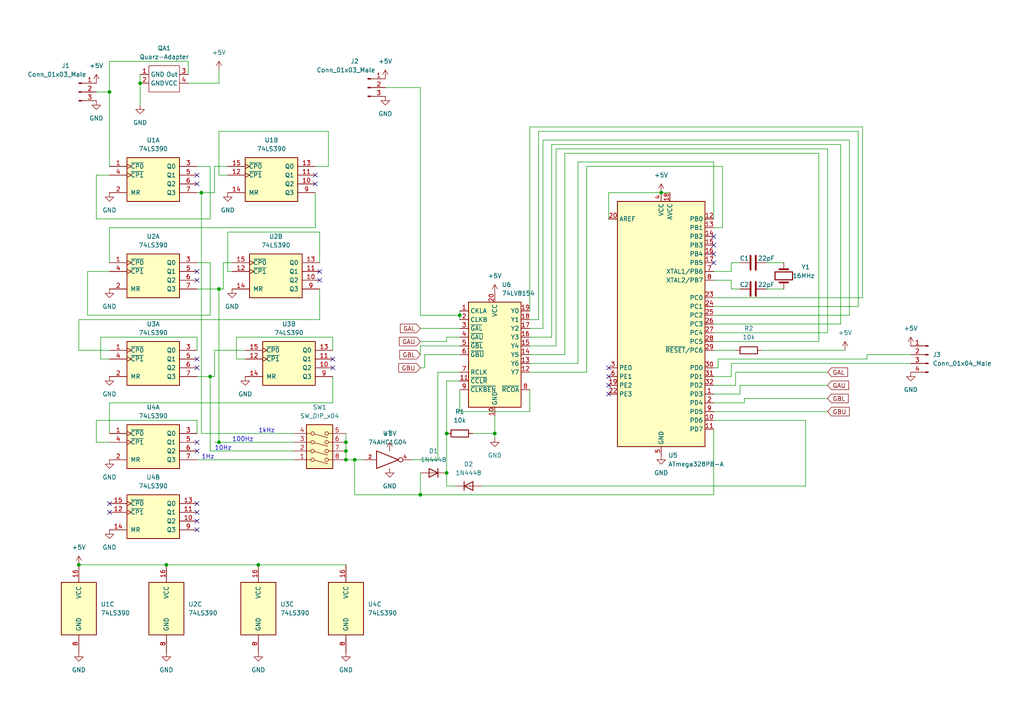
<source format=kicad_sch>
(kicad_sch (version 20211123) (generator eeschema)

  (uuid 7eeb6cb4-d8a4-473b-80ce-34c351532e6d)

  (paper "A4")

  (lib_symbols
    (symbol "74xGxx:74AHC1G04" (pin_names (offset 1.016)) (in_bom yes) (on_board yes)
      (property "Reference" "U" (id 0) (at -2.54 3.81 0)
        (effects (font (size 1.27 1.27)))
      )
      (property "Value" "74AHC1G04" (id 1) (at 0 -3.81 0)
        (effects (font (size 1.27 1.27)))
      )
      (property "Footprint" "" (id 2) (at 0 0 0)
        (effects (font (size 1.27 1.27)) hide)
      )
      (property "Datasheet" "http://www.ti.com/lit/sg/scyt129e/scyt129e.pdf" (id 3) (at 0 0 0)
        (effects (font (size 1.27 1.27)) hide)
      )
      (property "ki_keywords" "Single Gate NOT LVC CMOS" (id 4) (at 0 0 0)
        (effects (font (size 1.27 1.27)) hide)
      )
      (property "ki_description" "Single NOT Gate, Low-Voltage CMOS" (id 5) (at 0 0 0)
        (effects (font (size 1.27 1.27)) hide)
      )
      (property "ki_fp_filters" "SOT* SG-*" (id 6) (at 0 0 0)
        (effects (font (size 1.27 1.27)) hide)
      )
      (symbol "74AHC1G04_0_1"
        (polyline
          (pts
            (xy -3.81 2.54)
            (xy -3.81 -2.54)
            (xy 2.54 0)
            (xy -3.81 2.54)
          )
          (stroke (width 0.254) (type default) (color 0 0 0 0))
          (fill (type none))
        )
      )
      (symbol "74AHC1G04_1_1"
        (pin input line (at -7.62 0 0) (length 3.81)
          (name "~" (effects (font (size 1.016 1.016))))
          (number "2" (effects (font (size 1.016 1.016))))
        )
        (pin power_in line (at 0 -2.54 270) (length 0) hide
          (name "GND" (effects (font (size 1.016 1.016))))
          (number "3" (effects (font (size 1.016 1.016))))
        )
        (pin output inverted (at 6.35 0 180) (length 3.81)
          (name "~" (effects (font (size 1.016 1.016))))
          (number "4" (effects (font (size 1.016 1.016))))
        )
        (pin power_in line (at 0 2.54 90) (length 0) hide
          (name "VCC" (effects (font (size 1.016 1.016))))
          (number "5" (effects (font (size 1.016 1.016))))
        )
      )
    )
    (symbol "74xx:74LS390" (pin_names (offset 1.016)) (in_bom yes) (on_board yes)
      (property "Reference" "U" (id 0) (at -7.62 8.89 0)
        (effects (font (size 1.27 1.27)))
      )
      (property "Value" "74LS390" (id 1) (at -7.62 -8.89 0)
        (effects (font (size 1.27 1.27)))
      )
      (property "Footprint" "" (id 2) (at 0 0 0)
        (effects (font (size 1.27 1.27)) hide)
      )
      (property "Datasheet" "http://www.ti.com/lit/gpn/sn74LS390" (id 3) (at 0 0 0)
        (effects (font (size 1.27 1.27)) hide)
      )
      (property "ki_locked" "" (id 4) (at 0 0 0)
        (effects (font (size 1.27 1.27)))
      )
      (property "ki_keywords" "TTL CNT CNT4" (id 5) (at 0 0 0)
        (effects (font (size 1.27 1.27)) hide)
      )
      (property "ki_description" "Dual BCD 4-bit counter" (id 6) (at 0 0 0)
        (effects (font (size 1.27 1.27)) hide)
      )
      (property "ki_fp_filters" "DIP?16*" (id 7) (at 0 0 0)
        (effects (font (size 1.27 1.27)) hide)
      )
      (symbol "74LS390_1_0"
        (pin input clock (at -12.7 2.54 0) (length 5.08)
          (name "~{CP0}" (effects (font (size 1.27 1.27))))
          (number "1" (effects (font (size 1.27 1.27))))
        )
        (pin input line (at -12.7 -5.08 0) (length 5.08)
          (name "MR" (effects (font (size 1.27 1.27))))
          (number "2" (effects (font (size 1.27 1.27))))
        )
        (pin output line (at 12.7 2.54 180) (length 5.08)
          (name "Q0" (effects (font (size 1.27 1.27))))
          (number "3" (effects (font (size 1.27 1.27))))
        )
        (pin input clock (at -12.7 0 0) (length 5.08)
          (name "~{CP1}" (effects (font (size 1.27 1.27))))
          (number "4" (effects (font (size 1.27 1.27))))
        )
        (pin output line (at 12.7 0 180) (length 5.08)
          (name "Q1" (effects (font (size 1.27 1.27))))
          (number "5" (effects (font (size 1.27 1.27))))
        )
        (pin output line (at 12.7 -2.54 180) (length 5.08)
          (name "Q2" (effects (font (size 1.27 1.27))))
          (number "6" (effects (font (size 1.27 1.27))))
        )
        (pin output line (at 12.7 -5.08 180) (length 5.08)
          (name "Q3" (effects (font (size 1.27 1.27))))
          (number "7" (effects (font (size 1.27 1.27))))
        )
      )
      (symbol "74LS390_1_1"
        (rectangle (start -7.62 5.08) (end 7.62 -7.62)
          (stroke (width 0.254) (type default) (color 0 0 0 0))
          (fill (type background))
        )
      )
      (symbol "74LS390_2_0"
        (pin output line (at 12.7 -2.54 180) (length 5.08)
          (name "Q2" (effects (font (size 1.27 1.27))))
          (number "10" (effects (font (size 1.27 1.27))))
        )
        (pin output line (at 12.7 0 180) (length 5.08)
          (name "Q1" (effects (font (size 1.27 1.27))))
          (number "11" (effects (font (size 1.27 1.27))))
        )
        (pin input clock (at -12.7 0 0) (length 5.08)
          (name "~{CP1}" (effects (font (size 1.27 1.27))))
          (number "12" (effects (font (size 1.27 1.27))))
        )
        (pin output line (at 12.7 2.54 180) (length 5.08)
          (name "Q0" (effects (font (size 1.27 1.27))))
          (number "13" (effects (font (size 1.27 1.27))))
        )
        (pin input line (at -12.7 -5.08 0) (length 5.08)
          (name "MR" (effects (font (size 1.27 1.27))))
          (number "14" (effects (font (size 1.27 1.27))))
        )
        (pin input clock (at -12.7 2.54 0) (length 5.08)
          (name "~{CP0}" (effects (font (size 1.27 1.27))))
          (number "15" (effects (font (size 1.27 1.27))))
        )
        (pin output line (at 12.7 -5.08 180) (length 5.08)
          (name "Q3" (effects (font (size 1.27 1.27))))
          (number "9" (effects (font (size 1.27 1.27))))
        )
      )
      (symbol "74LS390_2_1"
        (rectangle (start -7.62 5.08) (end 7.62 -7.62)
          (stroke (width 0.254) (type default) (color 0 0 0 0))
          (fill (type background))
        )
      )
      (symbol "74LS390_3_0"
        (pin power_in line (at 0 12.7 270) (length 5.08)
          (name "VCC" (effects (font (size 1.27 1.27))))
          (number "16" (effects (font (size 1.27 1.27))))
        )
        (pin power_in line (at 0 -12.7 90) (length 5.08)
          (name "GND" (effects (font (size 1.27 1.27))))
          (number "8" (effects (font (size 1.27 1.27))))
        )
      )
      (symbol "74LS390_3_1"
        (rectangle (start -5.08 7.62) (end 5.08 -7.62)
          (stroke (width 0.254) (type default) (color 0 0 0 0))
          (fill (type background))
        )
      )
    )
    (symbol "74xx:74LV8154" (in_bom yes) (on_board yes)
      (property "Reference" "U" (id 0) (at -6.35 16.51 0)
        (effects (font (size 1.27 1.27)))
      )
      (property "Value" "74LV8154" (id 1) (at 6.35 16.51 0)
        (effects (font (size 1.27 1.27)))
      )
      (property "Footprint" "" (id 2) (at -6.35 16.51 0)
        (effects (font (size 1.27 1.27)) hide)
      )
      (property "Datasheet" "http://www.ti.com/lit/ds/symlink/sn74lv8154.pdf" (id 3) (at -6.35 16.51 0)
        (effects (font (size 1.27 1.27)) hide)
      )
      (property "ki_keywords" "counter binary" (id 4) (at 0 0 0)
        (effects (font (size 1.27 1.27)) hide)
      )
      (property "ki_description" "Dual 16-bit binary counter" (id 5) (at 0 0 0)
        (effects (font (size 1.27 1.27)) hide)
      )
      (property "ki_fp_filters" "TSSOP*4.4x6.5mm*P0.65mm* DIP*W7.62mm*" (id 6) (at 0 0 0)
        (effects (font (size 1.27 1.27)) hide)
      )
      (symbol "74LV8154_0_1"
        (rectangle (start -7.62 15.24) (end 7.62 -15.24)
          (stroke (width 0.254) (type default) (color 0 0 0 0))
          (fill (type background))
        )
      )
      (symbol "74LV8154_1_1"
        (pin input line (at -10.16 12.7 0) (length 2.54)
          (name "CKLA" (effects (font (size 1.27 1.27))))
          (number "1" (effects (font (size 1.27 1.27))))
        )
        (pin power_in line (at 0 -17.78 90) (length 2.54)
          (name "GND" (effects (font (size 1.27 1.27))))
          (number "10" (effects (font (size 1.27 1.27))))
        )
        (pin input line (at -10.16 -7.62 0) (length 2.54)
          (name "~{CCLR}" (effects (font (size 1.27 1.27))))
          (number "11" (effects (font (size 1.27 1.27))))
        )
        (pin output line (at 10.16 -5.08 180) (length 2.54)
          (name "Y7" (effects (font (size 1.27 1.27))))
          (number "12" (effects (font (size 1.27 1.27))))
        )
        (pin output line (at 10.16 -2.54 180) (length 2.54)
          (name "Y6" (effects (font (size 1.27 1.27))))
          (number "13" (effects (font (size 1.27 1.27))))
        )
        (pin output line (at 10.16 0 180) (length 2.54)
          (name "Y5" (effects (font (size 1.27 1.27))))
          (number "14" (effects (font (size 1.27 1.27))))
        )
        (pin output line (at 10.16 2.54 180) (length 2.54)
          (name "Y4" (effects (font (size 1.27 1.27))))
          (number "15" (effects (font (size 1.27 1.27))))
        )
        (pin output line (at 10.16 5.08 180) (length 2.54)
          (name "Y3" (effects (font (size 1.27 1.27))))
          (number "16" (effects (font (size 1.27 1.27))))
        )
        (pin output line (at 10.16 7.62 180) (length 2.54)
          (name "Y2" (effects (font (size 1.27 1.27))))
          (number "17" (effects (font (size 1.27 1.27))))
        )
        (pin output line (at 10.16 10.16 180) (length 2.54)
          (name "Y1" (effects (font (size 1.27 1.27))))
          (number "18" (effects (font (size 1.27 1.27))))
        )
        (pin output line (at 10.16 12.7 180) (length 2.54)
          (name "Y0" (effects (font (size 1.27 1.27))))
          (number "19" (effects (font (size 1.27 1.27))))
        )
        (pin input line (at -10.16 10.16 0) (length 2.54)
          (name "CLKB" (effects (font (size 1.27 1.27))))
          (number "2" (effects (font (size 1.27 1.27))))
        )
        (pin power_in line (at 0 17.78 270) (length 2.54)
          (name "VCC" (effects (font (size 1.27 1.27))))
          (number "20" (effects (font (size 1.27 1.27))))
        )
        (pin input line (at -10.16 7.62 0) (length 2.54)
          (name "~{GAL}" (effects (font (size 1.27 1.27))))
          (number "3" (effects (font (size 1.27 1.27))))
        )
        (pin input line (at -10.16 5.08 0) (length 2.54)
          (name "~{GAU}" (effects (font (size 1.27 1.27))))
          (number "4" (effects (font (size 1.27 1.27))))
        )
        (pin input line (at -10.16 2.54 0) (length 2.54)
          (name "~{GBL}" (effects (font (size 1.27 1.27))))
          (number "5" (effects (font (size 1.27 1.27))))
        )
        (pin input line (at -10.16 0 0) (length 2.54)
          (name "~{GBU}" (effects (font (size 1.27 1.27))))
          (number "6" (effects (font (size 1.27 1.27))))
        )
        (pin input line (at -10.16 -5.08 0) (length 2.54)
          (name "RCLK" (effects (font (size 1.27 1.27))))
          (number "7" (effects (font (size 1.27 1.27))))
        )
        (pin output line (at 10.16 -10.16 180) (length 2.54)
          (name "~{RCOA}" (effects (font (size 1.27 1.27))))
          (number "8" (effects (font (size 1.27 1.27))))
        )
        (pin input line (at -10.16 -10.16 0) (length 2.54)
          (name "~{CLKBEN}" (effects (font (size 1.27 1.27))))
          (number "9" (effects (font (size 1.27 1.27))))
        )
      )
    )
    (symbol "Connector:Conn_01x03_Male" (pin_names (offset 1.016) hide) (in_bom yes) (on_board yes)
      (property "Reference" "J" (id 0) (at 0 5.08 0)
        (effects (font (size 1.27 1.27)))
      )
      (property "Value" "Conn_01x03_Male" (id 1) (at 0 -5.08 0)
        (effects (font (size 1.27 1.27)))
      )
      (property "Footprint" "" (id 2) (at 0 0 0)
        (effects (font (size 1.27 1.27)) hide)
      )
      (property "Datasheet" "~" (id 3) (at 0 0 0)
        (effects (font (size 1.27 1.27)) hide)
      )
      (property "ki_keywords" "connector" (id 4) (at 0 0 0)
        (effects (font (size 1.27 1.27)) hide)
      )
      (property "ki_description" "Generic connector, single row, 01x03, script generated (kicad-library-utils/schlib/autogen/connector/)" (id 5) (at 0 0 0)
        (effects (font (size 1.27 1.27)) hide)
      )
      (property "ki_fp_filters" "Connector*:*_1x??_*" (id 6) (at 0 0 0)
        (effects (font (size 1.27 1.27)) hide)
      )
      (symbol "Conn_01x03_Male_1_1"
        (polyline
          (pts
            (xy 1.27 -2.54)
            (xy 0.8636 -2.54)
          )
          (stroke (width 0.1524) (type default) (color 0 0 0 0))
          (fill (type none))
        )
        (polyline
          (pts
            (xy 1.27 0)
            (xy 0.8636 0)
          )
          (stroke (width 0.1524) (type default) (color 0 0 0 0))
          (fill (type none))
        )
        (polyline
          (pts
            (xy 1.27 2.54)
            (xy 0.8636 2.54)
          )
          (stroke (width 0.1524) (type default) (color 0 0 0 0))
          (fill (type none))
        )
        (rectangle (start 0.8636 -2.413) (end 0 -2.667)
          (stroke (width 0.1524) (type default) (color 0 0 0 0))
          (fill (type outline))
        )
        (rectangle (start 0.8636 0.127) (end 0 -0.127)
          (stroke (width 0.1524) (type default) (color 0 0 0 0))
          (fill (type outline))
        )
        (rectangle (start 0.8636 2.667) (end 0 2.413)
          (stroke (width 0.1524) (type default) (color 0 0 0 0))
          (fill (type outline))
        )
        (pin passive line (at 5.08 2.54 180) (length 3.81)
          (name "Pin_1" (effects (font (size 1.27 1.27))))
          (number "1" (effects (font (size 1.27 1.27))))
        )
        (pin passive line (at 5.08 0 180) (length 3.81)
          (name "Pin_2" (effects (font (size 1.27 1.27))))
          (number "2" (effects (font (size 1.27 1.27))))
        )
        (pin passive line (at 5.08 -2.54 180) (length 3.81)
          (name "Pin_3" (effects (font (size 1.27 1.27))))
          (number "3" (effects (font (size 1.27 1.27))))
        )
      )
    )
    (symbol "Connector:Conn_01x04_Male" (pin_names (offset 1.016) hide) (in_bom yes) (on_board yes)
      (property "Reference" "J" (id 0) (at 0 5.08 0)
        (effects (font (size 1.27 1.27)))
      )
      (property "Value" "Conn_01x04_Male" (id 1) (at 0 -7.62 0)
        (effects (font (size 1.27 1.27)))
      )
      (property "Footprint" "" (id 2) (at 0 0 0)
        (effects (font (size 1.27 1.27)) hide)
      )
      (property "Datasheet" "~" (id 3) (at 0 0 0)
        (effects (font (size 1.27 1.27)) hide)
      )
      (property "ki_keywords" "connector" (id 4) (at 0 0 0)
        (effects (font (size 1.27 1.27)) hide)
      )
      (property "ki_description" "Generic connector, single row, 01x04, script generated (kicad-library-utils/schlib/autogen/connector/)" (id 5) (at 0 0 0)
        (effects (font (size 1.27 1.27)) hide)
      )
      (property "ki_fp_filters" "Connector*:*_1x??_*" (id 6) (at 0 0 0)
        (effects (font (size 1.27 1.27)) hide)
      )
      (symbol "Conn_01x04_Male_1_1"
        (polyline
          (pts
            (xy 1.27 -5.08)
            (xy 0.8636 -5.08)
          )
          (stroke (width 0.1524) (type default) (color 0 0 0 0))
          (fill (type none))
        )
        (polyline
          (pts
            (xy 1.27 -2.54)
            (xy 0.8636 -2.54)
          )
          (stroke (width 0.1524) (type default) (color 0 0 0 0))
          (fill (type none))
        )
        (polyline
          (pts
            (xy 1.27 0)
            (xy 0.8636 0)
          )
          (stroke (width 0.1524) (type default) (color 0 0 0 0))
          (fill (type none))
        )
        (polyline
          (pts
            (xy 1.27 2.54)
            (xy 0.8636 2.54)
          )
          (stroke (width 0.1524) (type default) (color 0 0 0 0))
          (fill (type none))
        )
        (rectangle (start 0.8636 -4.953) (end 0 -5.207)
          (stroke (width 0.1524) (type default) (color 0 0 0 0))
          (fill (type outline))
        )
        (rectangle (start 0.8636 -2.413) (end 0 -2.667)
          (stroke (width 0.1524) (type default) (color 0 0 0 0))
          (fill (type outline))
        )
        (rectangle (start 0.8636 0.127) (end 0 -0.127)
          (stroke (width 0.1524) (type default) (color 0 0 0 0))
          (fill (type outline))
        )
        (rectangle (start 0.8636 2.667) (end 0 2.413)
          (stroke (width 0.1524) (type default) (color 0 0 0 0))
          (fill (type outline))
        )
        (pin passive line (at 5.08 2.54 180) (length 3.81)
          (name "Pin_1" (effects (font (size 1.27 1.27))))
          (number "1" (effects (font (size 1.27 1.27))))
        )
        (pin passive line (at 5.08 0 180) (length 3.81)
          (name "Pin_2" (effects (font (size 1.27 1.27))))
          (number "2" (effects (font (size 1.27 1.27))))
        )
        (pin passive line (at 5.08 -2.54 180) (length 3.81)
          (name "Pin_3" (effects (font (size 1.27 1.27))))
          (number "3" (effects (font (size 1.27 1.27))))
        )
        (pin passive line (at 5.08 -5.08 180) (length 3.81)
          (name "Pin_4" (effects (font (size 1.27 1.27))))
          (number "4" (effects (font (size 1.27 1.27))))
        )
      )
    )
    (symbol "Device:C" (pin_numbers hide) (pin_names (offset 0.254)) (in_bom yes) (on_board yes)
      (property "Reference" "C" (id 0) (at 0.635 2.54 0)
        (effects (font (size 1.27 1.27)) (justify left))
      )
      (property "Value" "C" (id 1) (at 0.635 -2.54 0)
        (effects (font (size 1.27 1.27)) (justify left))
      )
      (property "Footprint" "" (id 2) (at 0.9652 -3.81 0)
        (effects (font (size 1.27 1.27)) hide)
      )
      (property "Datasheet" "~" (id 3) (at 0 0 0)
        (effects (font (size 1.27 1.27)) hide)
      )
      (property "ki_keywords" "cap capacitor" (id 4) (at 0 0 0)
        (effects (font (size 1.27 1.27)) hide)
      )
      (property "ki_description" "Unpolarized capacitor" (id 5) (at 0 0 0)
        (effects (font (size 1.27 1.27)) hide)
      )
      (property "ki_fp_filters" "C_*" (id 6) (at 0 0 0)
        (effects (font (size 1.27 1.27)) hide)
      )
      (symbol "C_0_1"
        (polyline
          (pts
            (xy -2.032 -0.762)
            (xy 2.032 -0.762)
          )
          (stroke (width 0.508) (type default) (color 0 0 0 0))
          (fill (type none))
        )
        (polyline
          (pts
            (xy -2.032 0.762)
            (xy 2.032 0.762)
          )
          (stroke (width 0.508) (type default) (color 0 0 0 0))
          (fill (type none))
        )
      )
      (symbol "C_1_1"
        (pin passive line (at 0 3.81 270) (length 2.794)
          (name "~" (effects (font (size 1.27 1.27))))
          (number "1" (effects (font (size 1.27 1.27))))
        )
        (pin passive line (at 0 -3.81 90) (length 2.794)
          (name "~" (effects (font (size 1.27 1.27))))
          (number "2" (effects (font (size 1.27 1.27))))
        )
      )
    )
    (symbol "Device:Crystal" (pin_numbers hide) (pin_names (offset 1.016) hide) (in_bom yes) (on_board yes)
      (property "Reference" "Y" (id 0) (at 0 3.81 0)
        (effects (font (size 1.27 1.27)))
      )
      (property "Value" "Crystal" (id 1) (at 0 -3.81 0)
        (effects (font (size 1.27 1.27)))
      )
      (property "Footprint" "" (id 2) (at 0 0 0)
        (effects (font (size 1.27 1.27)) hide)
      )
      (property "Datasheet" "~" (id 3) (at 0 0 0)
        (effects (font (size 1.27 1.27)) hide)
      )
      (property "ki_keywords" "quartz ceramic resonator oscillator" (id 4) (at 0 0 0)
        (effects (font (size 1.27 1.27)) hide)
      )
      (property "ki_description" "Two pin crystal" (id 5) (at 0 0 0)
        (effects (font (size 1.27 1.27)) hide)
      )
      (property "ki_fp_filters" "Crystal*" (id 6) (at 0 0 0)
        (effects (font (size 1.27 1.27)) hide)
      )
      (symbol "Crystal_0_1"
        (rectangle (start -1.143 2.54) (end 1.143 -2.54)
          (stroke (width 0.3048) (type default) (color 0 0 0 0))
          (fill (type none))
        )
        (polyline
          (pts
            (xy -2.54 0)
            (xy -1.905 0)
          )
          (stroke (width 0) (type default) (color 0 0 0 0))
          (fill (type none))
        )
        (polyline
          (pts
            (xy -1.905 -1.27)
            (xy -1.905 1.27)
          )
          (stroke (width 0.508) (type default) (color 0 0 0 0))
          (fill (type none))
        )
        (polyline
          (pts
            (xy 1.905 -1.27)
            (xy 1.905 1.27)
          )
          (stroke (width 0.508) (type default) (color 0 0 0 0))
          (fill (type none))
        )
        (polyline
          (pts
            (xy 2.54 0)
            (xy 1.905 0)
          )
          (stroke (width 0) (type default) (color 0 0 0 0))
          (fill (type none))
        )
      )
      (symbol "Crystal_1_1"
        (pin passive line (at -3.81 0 0) (length 1.27)
          (name "1" (effects (font (size 1.27 1.27))))
          (number "1" (effects (font (size 1.27 1.27))))
        )
        (pin passive line (at 3.81 0 180) (length 1.27)
          (name "2" (effects (font (size 1.27 1.27))))
          (number "2" (effects (font (size 1.27 1.27))))
        )
      )
    )
    (symbol "Device:R" (pin_numbers hide) (pin_names (offset 0)) (in_bom yes) (on_board yes)
      (property "Reference" "R" (id 0) (at 2.032 0 90)
        (effects (font (size 1.27 1.27)))
      )
      (property "Value" "R" (id 1) (at 0 0 90)
        (effects (font (size 1.27 1.27)))
      )
      (property "Footprint" "" (id 2) (at -1.778 0 90)
        (effects (font (size 1.27 1.27)) hide)
      )
      (property "Datasheet" "~" (id 3) (at 0 0 0)
        (effects (font (size 1.27 1.27)) hide)
      )
      (property "ki_keywords" "R res resistor" (id 4) (at 0 0 0)
        (effects (font (size 1.27 1.27)) hide)
      )
      (property "ki_description" "Resistor" (id 5) (at 0 0 0)
        (effects (font (size 1.27 1.27)) hide)
      )
      (property "ki_fp_filters" "R_*" (id 6) (at 0 0 0)
        (effects (font (size 1.27 1.27)) hide)
      )
      (symbol "R_0_1"
        (rectangle (start -1.016 -2.54) (end 1.016 2.54)
          (stroke (width 0.254) (type default) (color 0 0 0 0))
          (fill (type none))
        )
      )
      (symbol "R_1_1"
        (pin passive line (at 0 3.81 270) (length 1.27)
          (name "~" (effects (font (size 1.27 1.27))))
          (number "1" (effects (font (size 1.27 1.27))))
        )
        (pin passive line (at 0 -3.81 90) (length 1.27)
          (name "~" (effects (font (size 1.27 1.27))))
          (number "2" (effects (font (size 1.27 1.27))))
        )
      )
    )
    (symbol "Diode:1N4448" (pin_numbers hide) (pin_names (offset 1.016) hide) (in_bom yes) (on_board yes)
      (property "Reference" "D" (id 0) (at 0 2.54 0)
        (effects (font (size 1.27 1.27)))
      )
      (property "Value" "1N4448" (id 1) (at 0 -2.54 0)
        (effects (font (size 1.27 1.27)))
      )
      (property "Footprint" "Diode_THT:D_DO-35_SOD27_P7.62mm_Horizontal" (id 2) (at 0 -4.445 0)
        (effects (font (size 1.27 1.27)) hide)
      )
      (property "Datasheet" "https://assets.nexperia.com/documents/data-sheet/1N4148_1N4448.pdf" (id 3) (at 0 0 0)
        (effects (font (size 1.27 1.27)) hide)
      )
      (property "ki_keywords" "diode" (id 4) (at 0 0 0)
        (effects (font (size 1.27 1.27)) hide)
      )
      (property "ki_description" "100V 0.15A High-speed standard diode, DO-35" (id 5) (at 0 0 0)
        (effects (font (size 1.27 1.27)) hide)
      )
      (property "ki_fp_filters" "D*DO?35*" (id 6) (at 0 0 0)
        (effects (font (size 1.27 1.27)) hide)
      )
      (symbol "1N4448_0_1"
        (polyline
          (pts
            (xy -1.27 1.27)
            (xy -1.27 -1.27)
          )
          (stroke (width 0.254) (type default) (color 0 0 0 0))
          (fill (type none))
        )
        (polyline
          (pts
            (xy 1.27 0)
            (xy -1.27 0)
          )
          (stroke (width 0) (type default) (color 0 0 0 0))
          (fill (type none))
        )
        (polyline
          (pts
            (xy 1.27 1.27)
            (xy 1.27 -1.27)
            (xy -1.27 0)
            (xy 1.27 1.27)
          )
          (stroke (width 0.254) (type default) (color 0 0 0 0))
          (fill (type none))
        )
      )
      (symbol "1N4448_1_1"
        (pin passive line (at -3.81 0 0) (length 2.54)
          (name "K" (effects (font (size 1.27 1.27))))
          (number "1" (effects (font (size 1.27 1.27))))
        )
        (pin passive line (at 3.81 0 180) (length 2.54)
          (name "A" (effects (font (size 1.27 1.27))))
          (number "2" (effects (font (size 1.27 1.27))))
        )
      )
    )
    (symbol "MCU_Microchip_ATmega:ATmega328PB-A" (in_bom yes) (on_board yes)
      (property "Reference" "U" (id 0) (at -12.7 36.83 0)
        (effects (font (size 1.27 1.27)) (justify left bottom))
      )
      (property "Value" "ATmega328PB-A" (id 1) (at 2.54 -36.83 0)
        (effects (font (size 1.27 1.27)) (justify left top))
      )
      (property "Footprint" "Package_QFP:TQFP-32_7x7mm_P0.8mm" (id 2) (at 0 0 0)
        (effects (font (size 1.27 1.27) italic) hide)
      )
      (property "Datasheet" "http://ww1.microchip.com/downloads/en/DeviceDoc/40001906C.pdf" (id 3) (at 0 0 0)
        (effects (font (size 1.27 1.27)) hide)
      )
      (property "ki_keywords" "AVR 8bit Microcontroller MegaAVR" (id 4) (at 0 0 0)
        (effects (font (size 1.27 1.27)) hide)
      )
      (property "ki_description" "20MHz, 32kB Flash, 2kB SRAM, 1kB EEPROM, TQFP-32" (id 5) (at 0 0 0)
        (effects (font (size 1.27 1.27)) hide)
      )
      (property "ki_fp_filters" "TQFP*7x7mm*P0.8mm*" (id 6) (at 0 0 0)
        (effects (font (size 1.27 1.27)) hide)
      )
      (symbol "ATmega328PB-A_0_1"
        (rectangle (start -12.7 -35.56) (end 12.7 35.56)
          (stroke (width 0.254) (type default) (color 0 0 0 0))
          (fill (type background))
        )
      )
      (symbol "ATmega328PB-A_1_1"
        (pin bidirectional line (at 15.24 -20.32 180) (length 2.54)
          (name "PD3" (effects (font (size 1.27 1.27))))
          (number "1" (effects (font (size 1.27 1.27))))
        )
        (pin bidirectional line (at 15.24 -27.94 180) (length 2.54)
          (name "PD6" (effects (font (size 1.27 1.27))))
          (number "10" (effects (font (size 1.27 1.27))))
        )
        (pin bidirectional line (at 15.24 -30.48 180) (length 2.54)
          (name "PD7" (effects (font (size 1.27 1.27))))
          (number "11" (effects (font (size 1.27 1.27))))
        )
        (pin bidirectional line (at 15.24 30.48 180) (length 2.54)
          (name "PB0" (effects (font (size 1.27 1.27))))
          (number "12" (effects (font (size 1.27 1.27))))
        )
        (pin bidirectional line (at 15.24 27.94 180) (length 2.54)
          (name "PB1" (effects (font (size 1.27 1.27))))
          (number "13" (effects (font (size 1.27 1.27))))
        )
        (pin bidirectional line (at 15.24 25.4 180) (length 2.54)
          (name "PB2" (effects (font (size 1.27 1.27))))
          (number "14" (effects (font (size 1.27 1.27))))
        )
        (pin bidirectional line (at 15.24 22.86 180) (length 2.54)
          (name "PB3" (effects (font (size 1.27 1.27))))
          (number "15" (effects (font (size 1.27 1.27))))
        )
        (pin bidirectional line (at 15.24 20.32 180) (length 2.54)
          (name "PB4" (effects (font (size 1.27 1.27))))
          (number "16" (effects (font (size 1.27 1.27))))
        )
        (pin bidirectional line (at 15.24 17.78 180) (length 2.54)
          (name "PB5" (effects (font (size 1.27 1.27))))
          (number "17" (effects (font (size 1.27 1.27))))
        )
        (pin power_in line (at 2.54 38.1 270) (length 2.54)
          (name "AVCC" (effects (font (size 1.27 1.27))))
          (number "18" (effects (font (size 1.27 1.27))))
        )
        (pin bidirectional line (at -15.24 -17.78 0) (length 2.54)
          (name "PE2" (effects (font (size 1.27 1.27))))
          (number "19" (effects (font (size 1.27 1.27))))
        )
        (pin bidirectional line (at 15.24 -22.86 180) (length 2.54)
          (name "PD4" (effects (font (size 1.27 1.27))))
          (number "2" (effects (font (size 1.27 1.27))))
        )
        (pin passive line (at -15.24 30.48 0) (length 2.54)
          (name "AREF" (effects (font (size 1.27 1.27))))
          (number "20" (effects (font (size 1.27 1.27))))
        )
        (pin passive line (at 0 -38.1 90) (length 2.54) hide
          (name "GND" (effects (font (size 1.27 1.27))))
          (number "21" (effects (font (size 1.27 1.27))))
        )
        (pin bidirectional line (at -15.24 -20.32 0) (length 2.54)
          (name "PE3" (effects (font (size 1.27 1.27))))
          (number "22" (effects (font (size 1.27 1.27))))
        )
        (pin bidirectional line (at 15.24 7.62 180) (length 2.54)
          (name "PC0" (effects (font (size 1.27 1.27))))
          (number "23" (effects (font (size 1.27 1.27))))
        )
        (pin bidirectional line (at 15.24 5.08 180) (length 2.54)
          (name "PC1" (effects (font (size 1.27 1.27))))
          (number "24" (effects (font (size 1.27 1.27))))
        )
        (pin bidirectional line (at 15.24 2.54 180) (length 2.54)
          (name "PC2" (effects (font (size 1.27 1.27))))
          (number "25" (effects (font (size 1.27 1.27))))
        )
        (pin bidirectional line (at 15.24 0 180) (length 2.54)
          (name "PC3" (effects (font (size 1.27 1.27))))
          (number "26" (effects (font (size 1.27 1.27))))
        )
        (pin bidirectional line (at 15.24 -2.54 180) (length 2.54)
          (name "PC4" (effects (font (size 1.27 1.27))))
          (number "27" (effects (font (size 1.27 1.27))))
        )
        (pin bidirectional line (at 15.24 -5.08 180) (length 2.54)
          (name "PC5" (effects (font (size 1.27 1.27))))
          (number "28" (effects (font (size 1.27 1.27))))
        )
        (pin bidirectional line (at 15.24 -7.62 180) (length 2.54)
          (name "~{RESET}/PC6" (effects (font (size 1.27 1.27))))
          (number "29" (effects (font (size 1.27 1.27))))
        )
        (pin bidirectional line (at -15.24 -12.7 0) (length 2.54)
          (name "PE0" (effects (font (size 1.27 1.27))))
          (number "3" (effects (font (size 1.27 1.27))))
        )
        (pin bidirectional line (at 15.24 -12.7 180) (length 2.54)
          (name "PD0" (effects (font (size 1.27 1.27))))
          (number "30" (effects (font (size 1.27 1.27))))
        )
        (pin bidirectional line (at 15.24 -15.24 180) (length 2.54)
          (name "PD1" (effects (font (size 1.27 1.27))))
          (number "31" (effects (font (size 1.27 1.27))))
        )
        (pin bidirectional line (at 15.24 -17.78 180) (length 2.54)
          (name "PD2" (effects (font (size 1.27 1.27))))
          (number "32" (effects (font (size 1.27 1.27))))
        )
        (pin power_in line (at 0 38.1 270) (length 2.54)
          (name "VCC" (effects (font (size 1.27 1.27))))
          (number "4" (effects (font (size 1.27 1.27))))
        )
        (pin power_in line (at 0 -38.1 90) (length 2.54)
          (name "GND" (effects (font (size 1.27 1.27))))
          (number "5" (effects (font (size 1.27 1.27))))
        )
        (pin bidirectional line (at -15.24 -15.24 0) (length 2.54)
          (name "PE1" (effects (font (size 1.27 1.27))))
          (number "6" (effects (font (size 1.27 1.27))))
        )
        (pin bidirectional line (at 15.24 15.24 180) (length 2.54)
          (name "XTAL1/PB6" (effects (font (size 1.27 1.27))))
          (number "7" (effects (font (size 1.27 1.27))))
        )
        (pin bidirectional line (at 15.24 12.7 180) (length 2.54)
          (name "XTAL2/PB7" (effects (font (size 1.27 1.27))))
          (number "8" (effects (font (size 1.27 1.27))))
        )
        (pin bidirectional line (at 15.24 -25.4 180) (length 2.54)
          (name "PD5" (effects (font (size 1.27 1.27))))
          (number "9" (effects (font (size 1.27 1.27))))
        )
      )
    )
    (symbol "New_Library:Quarz-Adapter" (in_bom yes) (on_board yes)
      (property "Reference" "QA" (id 0) (at 8.89 15.24 0)
        (effects (font (size 1.27 1.27)))
      )
      (property "Value" "Quarz-Adapter" (id 1) (at 10.16 5.08 0)
        (effects (font (size 1.27 1.27)))
      )
      (property "Footprint" "" (id 2) (at 0 0 0)
        (effects (font (size 1.27 1.27)) hide)
      )
      (property "Datasheet" "" (id 3) (at 0 0 0)
        (effects (font (size 1.27 1.27)) hide)
      )
      (symbol "Quarz-Adapter_0_1"
        (rectangle (start 5.08 13.97) (end 13.97 6.35)
          (stroke (width 0) (type default) (color 0 0 0 0))
          (fill (type none))
        )
      )
      (symbol "Quarz-Adapter_1_1"
        (pin input line (at 2.54 11.43 0) (length 2.54)
          (name "GND" (effects (font (size 1.27 1.27))))
          (number "1" (effects (font (size 1.27 1.27))))
        )
        (pin input line (at 2.54 8.89 0) (length 2.54)
          (name "GND" (effects (font (size 1.27 1.27))))
          (number "2" (effects (font (size 1.27 1.27))))
        )
        (pin output line (at 16.51 11.43 180) (length 2.54)
          (name "Out" (effects (font (size 1.27 1.27))))
          (number "3" (effects (font (size 1.27 1.27))))
        )
        (pin input line (at 16.51 8.89 180) (length 2.54)
          (name "VCC" (effects (font (size 1.27 1.27))))
          (number "4" (effects (font (size 1.27 1.27))))
        )
      )
    )
    (symbol "Switch:SW_DIP_x04" (pin_names (offset 0) hide) (in_bom yes) (on_board yes)
      (property "Reference" "SW" (id 0) (at 0 8.89 0)
        (effects (font (size 1.27 1.27)))
      )
      (property "Value" "SW_DIP_x04" (id 1) (at 0 -6.35 0)
        (effects (font (size 1.27 1.27)))
      )
      (property "Footprint" "" (id 2) (at 0 0 0)
        (effects (font (size 1.27 1.27)) hide)
      )
      (property "Datasheet" "~" (id 3) (at 0 0 0)
        (effects (font (size 1.27 1.27)) hide)
      )
      (property "ki_keywords" "dip switch" (id 4) (at 0 0 0)
        (effects (font (size 1.27 1.27)) hide)
      )
      (property "ki_description" "4x DIP Switch, Single Pole Single Throw (SPST) switch, small symbol" (id 5) (at 0 0 0)
        (effects (font (size 1.27 1.27)) hide)
      )
      (property "ki_fp_filters" "SW?DIP?x4*" (id 6) (at 0 0 0)
        (effects (font (size 1.27 1.27)) hide)
      )
      (symbol "SW_DIP_x04_0_0"
        (circle (center -2.032 -2.54) (radius 0.508)
          (stroke (width 0) (type default) (color 0 0 0 0))
          (fill (type none))
        )
        (circle (center -2.032 0) (radius 0.508)
          (stroke (width 0) (type default) (color 0 0 0 0))
          (fill (type none))
        )
        (circle (center -2.032 2.54) (radius 0.508)
          (stroke (width 0) (type default) (color 0 0 0 0))
          (fill (type none))
        )
        (circle (center -2.032 5.08) (radius 0.508)
          (stroke (width 0) (type default) (color 0 0 0 0))
          (fill (type none))
        )
        (polyline
          (pts
            (xy -1.524 -2.3876)
            (xy 2.3622 -1.3462)
          )
          (stroke (width 0) (type default) (color 0 0 0 0))
          (fill (type none))
        )
        (polyline
          (pts
            (xy -1.524 0.127)
            (xy 2.3622 1.1684)
          )
          (stroke (width 0) (type default) (color 0 0 0 0))
          (fill (type none))
        )
        (polyline
          (pts
            (xy -1.524 2.667)
            (xy 2.3622 3.7084)
          )
          (stroke (width 0) (type default) (color 0 0 0 0))
          (fill (type none))
        )
        (polyline
          (pts
            (xy -1.524 5.207)
            (xy 2.3622 6.2484)
          )
          (stroke (width 0) (type default) (color 0 0 0 0))
          (fill (type none))
        )
        (circle (center 2.032 -2.54) (radius 0.508)
          (stroke (width 0) (type default) (color 0 0 0 0))
          (fill (type none))
        )
        (circle (center 2.032 0) (radius 0.508)
          (stroke (width 0) (type default) (color 0 0 0 0))
          (fill (type none))
        )
        (circle (center 2.032 2.54) (radius 0.508)
          (stroke (width 0) (type default) (color 0 0 0 0))
          (fill (type none))
        )
        (circle (center 2.032 5.08) (radius 0.508)
          (stroke (width 0) (type default) (color 0 0 0 0))
          (fill (type none))
        )
      )
      (symbol "SW_DIP_x04_0_1"
        (rectangle (start -3.81 7.62) (end 3.81 -5.08)
          (stroke (width 0.254) (type default) (color 0 0 0 0))
          (fill (type background))
        )
      )
      (symbol "SW_DIP_x04_1_1"
        (pin passive line (at -7.62 5.08 0) (length 5.08)
          (name "~" (effects (font (size 1.27 1.27))))
          (number "1" (effects (font (size 1.27 1.27))))
        )
        (pin passive line (at -7.62 2.54 0) (length 5.08)
          (name "~" (effects (font (size 1.27 1.27))))
          (number "2" (effects (font (size 1.27 1.27))))
        )
        (pin passive line (at -7.62 0 0) (length 5.08)
          (name "~" (effects (font (size 1.27 1.27))))
          (number "3" (effects (font (size 1.27 1.27))))
        )
        (pin passive line (at -7.62 -2.54 0) (length 5.08)
          (name "~" (effects (font (size 1.27 1.27))))
          (number "4" (effects (font (size 1.27 1.27))))
        )
        (pin passive line (at 7.62 -2.54 180) (length 5.08)
          (name "~" (effects (font (size 1.27 1.27))))
          (number "5" (effects (font (size 1.27 1.27))))
        )
        (pin passive line (at 7.62 0 180) (length 5.08)
          (name "~" (effects (font (size 1.27 1.27))))
          (number "6" (effects (font (size 1.27 1.27))))
        )
        (pin passive line (at 7.62 2.54 180) (length 5.08)
          (name "~" (effects (font (size 1.27 1.27))))
          (number "7" (effects (font (size 1.27 1.27))))
        )
        (pin passive line (at 7.62 5.08 180) (length 5.08)
          (name "~" (effects (font (size 1.27 1.27))))
          (number "8" (effects (font (size 1.27 1.27))))
        )
      )
    )
    (symbol "power:+5V" (power) (pin_names (offset 0)) (in_bom yes) (on_board yes)
      (property "Reference" "#PWR" (id 0) (at 0 -3.81 0)
        (effects (font (size 1.27 1.27)) hide)
      )
      (property "Value" "+5V" (id 1) (at 0 3.556 0)
        (effects (font (size 1.27 1.27)))
      )
      (property "Footprint" "" (id 2) (at 0 0 0)
        (effects (font (size 1.27 1.27)) hide)
      )
      (property "Datasheet" "" (id 3) (at 0 0 0)
        (effects (font (size 1.27 1.27)) hide)
      )
      (property "ki_keywords" "power-flag" (id 4) (at 0 0 0)
        (effects (font (size 1.27 1.27)) hide)
      )
      (property "ki_description" "Power symbol creates a global label with name \"+5V\"" (id 5) (at 0 0 0)
        (effects (font (size 1.27 1.27)) hide)
      )
      (symbol "+5V_0_1"
        (polyline
          (pts
            (xy -0.762 1.27)
            (xy 0 2.54)
          )
          (stroke (width 0) (type default) (color 0 0 0 0))
          (fill (type none))
        )
        (polyline
          (pts
            (xy 0 0)
            (xy 0 2.54)
          )
          (stroke (width 0) (type default) (color 0 0 0 0))
          (fill (type none))
        )
        (polyline
          (pts
            (xy 0 2.54)
            (xy 0.762 1.27)
          )
          (stroke (width 0) (type default) (color 0 0 0 0))
          (fill (type none))
        )
      )
      (symbol "+5V_1_1"
        (pin power_in line (at 0 0 90) (length 0) hide
          (name "+5V" (effects (font (size 1.27 1.27))))
          (number "1" (effects (font (size 1.27 1.27))))
        )
      )
    )
    (symbol "power:GND" (power) (pin_names (offset 0)) (in_bom yes) (on_board yes)
      (property "Reference" "#PWR" (id 0) (at 0 -6.35 0)
        (effects (font (size 1.27 1.27)) hide)
      )
      (property "Value" "GND" (id 1) (at 0 -3.81 0)
        (effects (font (size 1.27 1.27)))
      )
      (property "Footprint" "" (id 2) (at 0 0 0)
        (effects (font (size 1.27 1.27)) hide)
      )
      (property "Datasheet" "" (id 3) (at 0 0 0)
        (effects (font (size 1.27 1.27)) hide)
      )
      (property "ki_keywords" "power-flag" (id 4) (at 0 0 0)
        (effects (font (size 1.27 1.27)) hide)
      )
      (property "ki_description" "Power symbol creates a global label with name \"GND\" , ground" (id 5) (at 0 0 0)
        (effects (font (size 1.27 1.27)) hide)
      )
      (symbol "GND_0_1"
        (polyline
          (pts
            (xy 0 0)
            (xy 0 -1.27)
            (xy 1.27 -1.27)
            (xy 0 -2.54)
            (xy -1.27 -1.27)
            (xy 0 -1.27)
          )
          (stroke (width 0) (type default) (color 0 0 0 0))
          (fill (type none))
        )
      )
      (symbol "GND_1_1"
        (pin power_in line (at 0 0 270) (length 0) hide
          (name "GND" (effects (font (size 1.27 1.27))))
          (number "1" (effects (font (size 1.27 1.27))))
        )
      )
    )
  )


  (junction (at 100.33 128.27) (diameter 0) (color 0 0 0 0)
    (uuid 127b6346-a5b5-49ba-822e-dddd962585f7)
  )
  (junction (at 40.64 24.13) (diameter 0) (color 0 0 0 0)
    (uuid 26676a58-d00c-4043-b8ce-fe6b36503b60)
  )
  (junction (at 63.5 128.27) (diameter 0) (color 0 0 0 0)
    (uuid 2b53f20a-d296-411c-92b3-6e4f088577e4)
  )
  (junction (at 143.51 125.73) (diameter 0) (color 0 0 0 0)
    (uuid 371da547-ce6c-46c8-ae3d-3fb675c63e3a)
  )
  (junction (at 100.33 130.81) (diameter 0) (color 0 0 0 0)
    (uuid 3854dcb4-a275-4ab2-9f82-8c840980a953)
  )
  (junction (at 191.77 55.88) (diameter 0) (color 0 0 0 0)
    (uuid 3e6e40c0-8a39-4c8c-81ae-8b609b99bc5b)
  )
  (junction (at 129.54 137.16) (diameter 0) (color 0 0 0 0)
    (uuid 4af70c98-78d9-44f9-9539-3fbb07f1b632)
  )
  (junction (at 31.75 26.67) (diameter 0) (color 0 0 0 0)
    (uuid 4fbaa363-7679-4d36-9a3a-bbc1904bf60f)
  )
  (junction (at 129.54 125.73) (diameter 0) (color 0 0 0 0)
    (uuid 79ae97be-61eb-444e-b751-1295a701ac69)
  )
  (junction (at 121.92 143.51) (diameter 0) (color 0 0 0 0)
    (uuid 8228dbed-5177-489f-881a-a3187cde8648)
  )
  (junction (at 133.35 91.44) (diameter 0) (color 0 0 0 0)
    (uuid 96d178d5-f5c2-404a-abc1-7fd4e8a303d7)
  )
  (junction (at 74.93 163.83) (diameter 0) (color 0 0 0 0)
    (uuid aee468d5-ba38-48ca-99a2-97c9ce58751e)
  )
  (junction (at 22.86 163.83) (diameter 0) (color 0 0 0 0)
    (uuid b1e59be6-5d3f-4521-8738-b43a0a825dcd)
  )
  (junction (at 48.26 163.83) (diameter 0) (color 0 0 0 0)
    (uuid c6a7853b-2e32-465e-af2a-dbfc698167a7)
  )
  (junction (at 102.87 133.35) (diameter 0) (color 0 0 0 0)
    (uuid c85fa06d-8870-416b-8fc2-e766ebf55dc9)
  )
  (junction (at 60.96 109.22) (diameter 0) (color 0 0 0 0)
    (uuid e3feb232-6e7c-477c-b48d-43e40312cb5f)
  )
  (junction (at 63.5 83.82) (diameter 0) (color 0 0 0 0)
    (uuid e584ec67-b695-401c-9a6f-8359faacd9e6)
  )
  (junction (at 100.33 133.35) (diameter 0) (color 0 0 0 0)
    (uuid f4b4f114-9884-4563-8740-7c1617ba71a8)
  )
  (junction (at 58.42 55.88) (diameter 0) (color 0 0 0 0)
    (uuid fcadc070-9292-44c3-9d64-dbd06449496b)
  )

  (no_connect (at 57.15 53.34) (uuid 0ea4d0d4-7376-4c06-ba08-01dacfb65203))
  (no_connect (at 57.15 50.8) (uuid 0ea4d0d4-7376-4c06-ba08-01dacfb65203))
  (no_connect (at 91.44 50.8) (uuid 9602c540-ab7e-4ee6-8301-8ae828dfee92))
  (no_connect (at 91.44 53.34) (uuid 9602c540-ab7e-4ee6-8301-8ae828dfee92))
  (no_connect (at 57.15 104.14) (uuid ce87bcfa-9fdb-463c-8f04-4e020a9dfa00))
  (no_connect (at 57.15 106.68) (uuid ce87bcfa-9fdb-463c-8f04-4e020a9dfa00))
  (no_connect (at 57.15 130.81) (uuid ce87bcfa-9fdb-463c-8f04-4e020a9dfa00))
  (no_connect (at 57.15 128.27) (uuid ce87bcfa-9fdb-463c-8f04-4e020a9dfa00))
  (no_connect (at 57.15 78.74) (uuid ce87bcfa-9fdb-463c-8f04-4e020a9dfa00))
  (no_connect (at 57.15 81.28) (uuid ce87bcfa-9fdb-463c-8f04-4e020a9dfa00))
  (no_connect (at 96.52 106.68) (uuid ce87bcfa-9fdb-463c-8f04-4e020a9dfa00))
  (no_connect (at 96.52 104.14) (uuid ce87bcfa-9fdb-463c-8f04-4e020a9dfa00))
  (no_connect (at 92.71 81.28) (uuid ce87bcfa-9fdb-463c-8f04-4e020a9dfa00))
  (no_connect (at 92.71 78.74) (uuid ce87bcfa-9fdb-463c-8f04-4e020a9dfa00))
  (no_connect (at 57.15 146.05) (uuid ce87bcfa-9fdb-463c-8f04-4e020a9dfa00))
  (no_connect (at 31.75 148.59) (uuid ce87bcfa-9fdb-463c-8f04-4e020a9dfa00))
  (no_connect (at 31.75 146.05) (uuid ce87bcfa-9fdb-463c-8f04-4e020a9dfa00))
  (no_connect (at 57.15 151.13) (uuid ce87bcfa-9fdb-463c-8f04-4e020a9dfa00))
  (no_connect (at 57.15 153.67) (uuid ce87bcfa-9fdb-463c-8f04-4e020a9dfa00))
  (no_connect (at 57.15 148.59) (uuid ce87bcfa-9fdb-463c-8f04-4e020a9dfa00))
  (no_connect (at 176.53 106.68) (uuid ce87bcfa-9fdb-463c-8f04-4e020a9dfa00))
  (no_connect (at 207.01 68.58) (uuid ce87bcfa-9fdb-463c-8f04-4e020a9dfa00))
  (no_connect (at 207.01 71.12) (uuid ce87bcfa-9fdb-463c-8f04-4e020a9dfa00))
  (no_connect (at 207.01 73.66) (uuid ce87bcfa-9fdb-463c-8f04-4e020a9dfa00))
  (no_connect (at 207.01 76.2) (uuid ce87bcfa-9fdb-463c-8f04-4e020a9dfa00))
  (no_connect (at 176.53 109.22) (uuid ce87bcfa-9fdb-463c-8f04-4e020a9dfa00))
  (no_connect (at 176.53 114.3) (uuid ce87bcfa-9fdb-463c-8f04-4e020a9dfa00))
  (no_connect (at 176.53 111.76) (uuid ce87bcfa-9fdb-463c-8f04-4e020a9dfa00))

  (wire (pts (xy 119.38 133.35) (xy 127 133.35))
    (stroke (width 0) (type default) (color 0 0 0 0))
    (uuid 021eea53-1f2f-4b75-bb00-30999d46333e)
  )
  (wire (pts (xy 100.33 125.73) (xy 100.33 128.27))
    (stroke (width 0) (type default) (color 0 0 0 0))
    (uuid 03124afa-6786-4725-a3b2-2a26c3defe59)
  )
  (wire (pts (xy 212.09 105.41) (xy 212.09 109.22))
    (stroke (width 0) (type default) (color 0 0 0 0))
    (uuid 065f4b01-379c-4979-af02-d8bdb05f48e7)
  )
  (wire (pts (xy 66.04 50.8) (xy 63.5 50.8))
    (stroke (width 0) (type default) (color 0 0 0 0))
    (uuid 07a11fa4-f5b1-4d8d-973c-5957c6f5b229)
  )
  (wire (pts (xy 207.01 78.74) (xy 212.09 78.74))
    (stroke (width 0) (type default) (color 0 0 0 0))
    (uuid 0ae0fbda-9fbb-4eec-85cd-10d180551cca)
  )
  (wire (pts (xy 176.53 55.88) (xy 176.53 63.5))
    (stroke (width 0) (type default) (color 0 0 0 0))
    (uuid 0b2eac3d-3bb5-4ab2-8b47-795004590ae1)
  )
  (wire (pts (xy 123.19 106.68) (xy 123.19 102.87))
    (stroke (width 0) (type default) (color 0 0 0 0))
    (uuid 0e9c2deb-fa84-4f2e-af35-59666668c303)
  )
  (wire (pts (xy 157.48 95.25) (xy 157.48 40.64))
    (stroke (width 0) (type default) (color 0 0 0 0))
    (uuid 11355d88-d4f8-4ae6-9fc8-7858b0fe5453)
  )
  (wire (pts (xy 63.5 128.27) (xy 85.09 128.27))
    (stroke (width 0) (type default) (color 0 0 0 0))
    (uuid 136be499-0a7c-46fc-9402-950a4f175d9c)
  )
  (wire (pts (xy 191.77 55.88) (xy 194.31 55.88))
    (stroke (width 0) (type default) (color 0 0 0 0))
    (uuid 137e93f1-ad82-4b24-bf46-33ccac020b51)
  )
  (wire (pts (xy 92.71 92.71) (xy 22.86 92.71))
    (stroke (width 0) (type default) (color 0 0 0 0))
    (uuid 1395138d-c27d-44d7-9634-ebf4d4a9f3bb)
  )
  (wire (pts (xy 220.98 101.6) (xy 245.11 101.6))
    (stroke (width 0) (type default) (color 0 0 0 0))
    (uuid 141b5d31-6b77-48c4-8698-6287c80d64a7)
  )
  (wire (pts (xy 121.92 99.06) (xy 129.54 99.06))
    (stroke (width 0) (type default) (color 0 0 0 0))
    (uuid 143964b1-e3e7-4665-bf70-737765019a3c)
  )
  (wire (pts (xy 213.36 111.76) (xy 207.01 111.76))
    (stroke (width 0) (type default) (color 0 0 0 0))
    (uuid 1474c26f-4dc9-4ceb-9297-74da694b724f)
  )
  (wire (pts (xy 160.02 41.91) (xy 160.02 97.79))
    (stroke (width 0) (type default) (color 0 0 0 0))
    (uuid 166066c7-f6e7-4561-8358-e6ebad0d7c04)
  )
  (wire (pts (xy 121.92 100.33) (xy 121.92 102.87))
    (stroke (width 0) (type default) (color 0 0 0 0))
    (uuid 1a38e16e-46f7-4a06-bbdb-e09418eccb94)
  )
  (wire (pts (xy 27.94 63.5) (xy 27.94 50.8))
    (stroke (width 0) (type default) (color 0 0 0 0))
    (uuid 1a678244-c849-4c0b-a273-e17d7317dd3e)
  )
  (wire (pts (xy 212.09 83.82) (xy 214.63 83.82))
    (stroke (width 0) (type default) (color 0 0 0 0))
    (uuid 1bf57011-c37f-47bf-9a1d-82eca352881d)
  )
  (wire (pts (xy 207.01 106.68) (xy 208.28 106.68))
    (stroke (width 0) (type default) (color 0 0 0 0))
    (uuid 206d7c01-f97d-477a-a6e6-600e6be40249)
  )
  (wire (pts (xy 64.77 83.82) (xy 64.77 76.2))
    (stroke (width 0) (type default) (color 0 0 0 0))
    (uuid 20853610-3b45-4fe7-a090-d45ce2510cf3)
  )
  (wire (pts (xy 207.01 119.38) (xy 240.03 119.38))
    (stroke (width 0) (type default) (color 0 0 0 0))
    (uuid 20ce2464-3e20-448e-9739-629222181624)
  )
  (wire (pts (xy 66.04 67.31) (xy 92.71 67.31))
    (stroke (width 0) (type default) (color 0 0 0 0))
    (uuid 21272d0d-268f-403d-a090-0baae76afc45)
  )
  (wire (pts (xy 68.58 97.79) (xy 96.52 97.79))
    (stroke (width 0) (type default) (color 0 0 0 0))
    (uuid 222aec04-e6e5-4143-aa54-1f3c9db46df1)
  )
  (wire (pts (xy 222.25 83.82) (xy 227.33 83.82))
    (stroke (width 0) (type default) (color 0 0 0 0))
    (uuid 22f0e2ea-05c1-4602-ab21-a2496f485f6d)
  )
  (wire (pts (xy 212.09 76.2) (xy 214.63 76.2))
    (stroke (width 0) (type default) (color 0 0 0 0))
    (uuid 2477a4e2-729d-4c3d-b388-3c9f812e8ca5)
  )
  (wire (pts (xy 27.94 121.92) (xy 27.94 128.27))
    (stroke (width 0) (type default) (color 0 0 0 0))
    (uuid 27ca90f7-c503-4f43-9fc2-b62919dbe95c)
  )
  (wire (pts (xy 212.09 81.28) (xy 212.09 83.82))
    (stroke (width 0) (type default) (color 0 0 0 0))
    (uuid 2b35498f-56f2-4e0a-90af-55fead201c67)
  )
  (wire (pts (xy 240.03 107.95) (xy 213.36 107.95))
    (stroke (width 0) (type default) (color 0 0 0 0))
    (uuid 2bb8cdc6-e50c-4d3b-bf76-f3e01cbd3264)
  )
  (wire (pts (xy 207.01 63.5) (xy 207.01 46.99))
    (stroke (width 0) (type default) (color 0 0 0 0))
    (uuid 2bd15d62-1da0-4d6f-845e-92afcfd872b4)
  )
  (wire (pts (xy 129.54 137.16) (xy 129.54 140.97))
    (stroke (width 0) (type default) (color 0 0 0 0))
    (uuid 2c90277d-7ae5-47f4-a77c-8ad2fbf7c6d7)
  )
  (wire (pts (xy 25.4 91.44) (xy 25.4 78.74))
    (stroke (width 0) (type default) (color 0 0 0 0))
    (uuid 2ca7d832-cd83-46ec-8868-8ea5d21813bf)
  )
  (wire (pts (xy 62.23 55.88) (xy 62.23 48.26))
    (stroke (width 0) (type default) (color 0 0 0 0))
    (uuid 2d2661d1-7379-4581-8927-24ebad81ad2f)
  )
  (wire (pts (xy 127 107.95) (xy 133.35 107.95))
    (stroke (width 0) (type default) (color 0 0 0 0))
    (uuid 2ee03f29-2dce-4e0d-ae1d-dfd0ca3e0640)
  )
  (wire (pts (xy 60.96 109.22) (xy 62.23 109.22))
    (stroke (width 0) (type default) (color 0 0 0 0))
    (uuid 2ee76c3a-743c-4202-a1da-a71dc681ebdd)
  )
  (wire (pts (xy 143.51 125.73) (xy 143.51 127))
    (stroke (width 0) (type default) (color 0 0 0 0))
    (uuid 31a1350b-7a21-42bb-be6b-87786b05052c)
  )
  (wire (pts (xy 54.61 21.59) (xy 54.61 17.78))
    (stroke (width 0) (type default) (color 0 0 0 0))
    (uuid 3228a39d-1232-4afc-b2da-ba2d4af72d28)
  )
  (wire (pts (xy 167.64 46.99) (xy 167.64 105.41))
    (stroke (width 0) (type default) (color 0 0 0 0))
    (uuid 32b1f481-9dbf-4294-adde-864397d02211)
  )
  (wire (pts (xy 207.01 143.51) (xy 207.01 124.46))
    (stroke (width 0) (type default) (color 0 0 0 0))
    (uuid 34ade585-a35d-4587-9977-fc19a2ba4f87)
  )
  (wire (pts (xy 264.16 105.41) (xy 212.09 105.41))
    (stroke (width 0) (type default) (color 0 0 0 0))
    (uuid 358738b0-8a88-4838-9874-b8d4acd0e2c8)
  )
  (wire (pts (xy 48.26 163.83) (xy 74.93 163.83))
    (stroke (width 0) (type default) (color 0 0 0 0))
    (uuid 3730dbfa-5bbf-4e29-b5d6-7fca3ace3d94)
  )
  (wire (pts (xy 62.23 48.26) (xy 66.04 48.26))
    (stroke (width 0) (type default) (color 0 0 0 0))
    (uuid 3803f101-4a02-43e7-bd6e-600651c8ed7d)
  )
  (wire (pts (xy 209.55 66.04) (xy 207.01 66.04))
    (stroke (width 0) (type default) (color 0 0 0 0))
    (uuid 3cf8d571-32ff-4503-ae9e-df3f9bc6c981)
  )
  (wire (pts (xy 129.54 97.79) (xy 133.35 97.79))
    (stroke (width 0) (type default) (color 0 0 0 0))
    (uuid 3ea76132-6213-4b91-a5da-534a854abae4)
  )
  (wire (pts (xy 57.15 97.79) (xy 29.21 97.79))
    (stroke (width 0) (type default) (color 0 0 0 0))
    (uuid 3f3814c8-34cc-46e2-8edd-9d034dd81f26)
  )
  (wire (pts (xy 64.77 76.2) (xy 67.31 76.2))
    (stroke (width 0) (type default) (color 0 0 0 0))
    (uuid 3f44cede-e39f-4a12-9313-c9d1eded99cf)
  )
  (wire (pts (xy 121.92 91.44) (xy 121.92 25.4))
    (stroke (width 0) (type default) (color 0 0 0 0))
    (uuid 41b0f7ba-5ba1-49f0-99a7-1aadbb5ed8ae)
  )
  (wire (pts (xy 133.35 90.17) (xy 133.35 91.44))
    (stroke (width 0) (type default) (color 0 0 0 0))
    (uuid 4263fa1b-8e18-417a-a5cf-da272ea7b193)
  )
  (wire (pts (xy 100.33 128.27) (xy 100.33 130.81))
    (stroke (width 0) (type default) (color 0 0 0 0))
    (uuid 44517537-ccc0-4057-a651-2179f5fdcc92)
  )
  (wire (pts (xy 60.96 130.81) (xy 85.09 130.81))
    (stroke (width 0) (type default) (color 0 0 0 0))
    (uuid 44d99a74-495a-42b0-a157-bed23defd9ce)
  )
  (wire (pts (xy 133.35 119.38) (xy 153.67 119.38))
    (stroke (width 0) (type default) (color 0 0 0 0))
    (uuid 46cfc3ba-50e6-437e-acdd-7d41d3b982ea)
  )
  (wire (pts (xy 22.86 92.71) (xy 22.86 101.6))
    (stroke (width 0) (type default) (color 0 0 0 0))
    (uuid 4a6226c8-114d-4911-bc1b-9121105efbc1)
  )
  (wire (pts (xy 31.75 116.84) (xy 31.75 125.73))
    (stroke (width 0) (type default) (color 0 0 0 0))
    (uuid 4fbe799b-8088-44b6-9242-876ad673ba2c)
  )
  (wire (pts (xy 58.42 125.73) (xy 85.09 125.73))
    (stroke (width 0) (type default) (color 0 0 0 0))
    (uuid 5048cb51-87c0-4732-ae05-b4259056119a)
  )
  (wire (pts (xy 160.02 97.79) (xy 153.67 97.79))
    (stroke (width 0) (type default) (color 0 0 0 0))
    (uuid 52bbbc75-e00f-4625-86f5-5f75ec7de124)
  )
  (wire (pts (xy 29.21 104.14) (xy 31.75 104.14))
    (stroke (width 0) (type default) (color 0 0 0 0))
    (uuid 52d81d12-9bc7-4e93-a3b1-020c88e398d5)
  )
  (wire (pts (xy 22.86 101.6) (xy 31.75 101.6))
    (stroke (width 0) (type default) (color 0 0 0 0))
    (uuid 52eea9de-6772-4eb6-896a-5a7da12d8335)
  )
  (wire (pts (xy 63.5 50.8) (xy 63.5 38.1))
    (stroke (width 0) (type default) (color 0 0 0 0))
    (uuid 536f7f3c-e6d5-40b8-a192-993b56085366)
  )
  (wire (pts (xy 121.92 91.44) (xy 133.35 91.44))
    (stroke (width 0) (type default) (color 0 0 0 0))
    (uuid 53acc890-ad78-40ed-a6cb-af954b107131)
  )
  (wire (pts (xy 250.19 36.83) (xy 250.19 86.36))
    (stroke (width 0) (type default) (color 0 0 0 0))
    (uuid 54832468-4a5f-4975-9d38-5272c70e4c25)
  )
  (wire (pts (xy 100.33 130.81) (xy 100.33 133.35))
    (stroke (width 0) (type default) (color 0 0 0 0))
    (uuid 54ce1a82-ae92-4edc-9744-1b99252b1d06)
  )
  (wire (pts (xy 207.01 88.9) (xy 248.92 88.9))
    (stroke (width 0) (type default) (color 0 0 0 0))
    (uuid 54e2b36e-3312-4356-9f98-a4f5821e1b22)
  )
  (wire (pts (xy 233.68 140.97) (xy 233.68 121.92))
    (stroke (width 0) (type default) (color 0 0 0 0))
    (uuid 5600a50a-779b-4d1c-883c-4fad535e1fc2)
  )
  (wire (pts (xy 121.92 106.68) (xy 123.19 106.68))
    (stroke (width 0) (type default) (color 0 0 0 0))
    (uuid 5715bd5f-5cfd-4f4d-9f46-cc46c66ecb4c)
  )
  (wire (pts (xy 129.54 110.49) (xy 129.54 125.73))
    (stroke (width 0) (type default) (color 0 0 0 0))
    (uuid 582cacdf-fcc6-4346-8e09-a17141c6bae2)
  )
  (wire (pts (xy 207.01 114.3) (xy 214.63 114.3))
    (stroke (width 0) (type default) (color 0 0 0 0))
    (uuid 59509abb-28ee-43e8-9388-f405d5da88bc)
  )
  (wire (pts (xy 163.83 102.87) (xy 153.67 102.87))
    (stroke (width 0) (type default) (color 0 0 0 0))
    (uuid 5a6c412d-9dff-4988-aec2-6635d8782641)
  )
  (wire (pts (xy 209.55 48.26) (xy 209.55 66.04))
    (stroke (width 0) (type default) (color 0 0 0 0))
    (uuid 5a951bd9-3a50-4526-837d-16d355db36ff)
  )
  (wire (pts (xy 63.5 20.32) (xy 63.5 24.13))
    (stroke (width 0) (type default) (color 0 0 0 0))
    (uuid 5ca1164f-2e9b-496e-8586-95204b5371d0)
  )
  (wire (pts (xy 207.01 81.28) (xy 212.09 81.28))
    (stroke (width 0) (type default) (color 0 0 0 0))
    (uuid 5e5fca5e-014e-4bb2-a91c-b86f687c8d4a)
  )
  (wire (pts (xy 153.67 90.17) (xy 153.67 36.83))
    (stroke (width 0) (type default) (color 0 0 0 0))
    (uuid 5ebbca66-e4b5-49d4-92b2-89c6bcf0a299)
  )
  (wire (pts (xy 153.67 107.95) (xy 170.18 107.95))
    (stroke (width 0) (type default) (color 0 0 0 0))
    (uuid 5fed0ba4-4a3f-4ff3-925c-6b31173a21b2)
  )
  (wire (pts (xy 143.51 120.65) (xy 143.51 125.73))
    (stroke (width 0) (type default) (color 0 0 0 0))
    (uuid 636f2ead-6bba-495f-b4a5-2e37a1e25492)
  )
  (wire (pts (xy 40.64 24.13) (xy 40.64 30.48))
    (stroke (width 0) (type default) (color 0 0 0 0))
    (uuid 63716176-929c-4e5e-81a3-27a8eae5fb76)
  )
  (wire (pts (xy 246.38 40.64) (xy 246.38 91.44))
    (stroke (width 0) (type default) (color 0 0 0 0))
    (uuid 6674c067-4f1c-4e7a-930e-b0d27cfbfa74)
  )
  (wire (pts (xy 60.96 76.2) (xy 60.96 91.44))
    (stroke (width 0) (type default) (color 0 0 0 0))
    (uuid 66aabc04-fec2-438c-aa0c-f186ebf2a9c8)
  )
  (wire (pts (xy 121.92 143.51) (xy 207.01 143.51))
    (stroke (width 0) (type default) (color 0 0 0 0))
    (uuid 67ced2a5-3026-4781-85ae-6c6324505e2e)
  )
  (wire (pts (xy 27.94 26.67) (xy 31.75 26.67))
    (stroke (width 0) (type default) (color 0 0 0 0))
    (uuid 694eb92e-aa9f-41ee-bc87-56e2b1d333bc)
  )
  (wire (pts (xy 92.71 67.31) (xy 92.71 76.2))
    (stroke (width 0) (type default) (color 0 0 0 0))
    (uuid 69c28b07-a853-4ff4-9b4c-a372d9ea5898)
  )
  (wire (pts (xy 212.09 109.22) (xy 207.01 109.22))
    (stroke (width 0) (type default) (color 0 0 0 0))
    (uuid 69ce5c56-5423-4bd4-bc82-3b4e935e4c4c)
  )
  (wire (pts (xy 233.68 121.92) (xy 207.01 121.92))
    (stroke (width 0) (type default) (color 0 0 0 0))
    (uuid 6bb5e537-9274-4ff1-9657-2f846f083983)
  )
  (wire (pts (xy 170.18 48.26) (xy 209.55 48.26))
    (stroke (width 0) (type default) (color 0 0 0 0))
    (uuid 71d63b6a-06e3-4135-a9f9-6078f85f0a0a)
  )
  (wire (pts (xy 57.15 133.35) (xy 85.09 133.35))
    (stroke (width 0) (type default) (color 0 0 0 0))
    (uuid 71dce97a-bf0e-4a38-aee5-6d3c3dd7bf23)
  )
  (wire (pts (xy 57.15 125.73) (xy 57.15 121.92))
    (stroke (width 0) (type default) (color 0 0 0 0))
    (uuid 73b85ca9-50a8-4045-96b4-31365a781328)
  )
  (wire (pts (xy 58.42 55.88) (xy 58.42 125.73))
    (stroke (width 0) (type default) (color 0 0 0 0))
    (uuid 75953a2b-f772-482a-a696-63ed25919fd6)
  )
  (wire (pts (xy 133.35 113.03) (xy 133.35 119.38))
    (stroke (width 0) (type default) (color 0 0 0 0))
    (uuid 76c45ffc-eea4-4fc2-8aa8-b8a27e643446)
  )
  (wire (pts (xy 31.75 66.04) (xy 31.75 76.2))
    (stroke (width 0) (type default) (color 0 0 0 0))
    (uuid 77cb7931-640c-423c-b855-24b11b39fa5e)
  )
  (wire (pts (xy 95.25 48.26) (xy 91.44 48.26))
    (stroke (width 0) (type default) (color 0 0 0 0))
    (uuid 7c1fdb51-2a00-4758-88d4-6563f030253e)
  )
  (wire (pts (xy 62.23 109.22) (xy 62.23 101.6))
    (stroke (width 0) (type default) (color 0 0 0 0))
    (uuid 7da15e0e-15c0-4e03-8029-e50ee7dc7b8c)
  )
  (wire (pts (xy 62.23 128.27) (xy 63.5 128.27))
    (stroke (width 0) (type default) (color 0 0 0 0))
    (uuid 7f44636e-8a10-4378-bfa5-9ff004cf6d74)
  )
  (wire (pts (xy 163.83 44.45) (xy 163.83 102.87))
    (stroke (width 0) (type default) (color 0 0 0 0))
    (uuid 809f4770-f4a3-467f-95db-948f068e4190)
  )
  (wire (pts (xy 95.25 38.1) (xy 95.25 48.26))
    (stroke (width 0) (type default) (color 0 0 0 0))
    (uuid 81320bef-032d-4e66-9d81-5124f7fb61bb)
  )
  (wire (pts (xy 40.64 21.59) (xy 40.64 24.13))
    (stroke (width 0) (type default) (color 0 0 0 0))
    (uuid 839dcaac-5259-446b-8eeb-a6ab09193b45)
  )
  (wire (pts (xy 153.67 95.25) (xy 157.48 95.25))
    (stroke (width 0) (type default) (color 0 0 0 0))
    (uuid 855fdb85-3cd3-4cce-bea7-0bb655ec36d8)
  )
  (wire (pts (xy 137.16 125.73) (xy 143.51 125.73))
    (stroke (width 0) (type default) (color 0 0 0 0))
    (uuid 87199783-4dde-498c-9538-2cb1d25ec96f)
  )
  (wire (pts (xy 66.04 78.74) (xy 66.04 67.31))
    (stroke (width 0) (type default) (color 0 0 0 0))
    (uuid 8a95b5e0-e6f5-44ea-80f8-d989b79e9f96)
  )
  (wire (pts (xy 22.86 163.83) (xy 48.26 163.83))
    (stroke (width 0) (type default) (color 0 0 0 0))
    (uuid 8b0f9e4c-58a3-446e-a166-d70aceb0c31a)
  )
  (wire (pts (xy 139.7 140.97) (xy 233.68 140.97))
    (stroke (width 0) (type default) (color 0 0 0 0))
    (uuid 8c1094bd-e325-4d9f-a566-e8afd00d5b14)
  )
  (wire (pts (xy 156.21 38.1) (xy 156.21 92.71))
    (stroke (width 0) (type default) (color 0 0 0 0))
    (uuid 8c4e8879-8bb8-4a7c-9a1b-650360889649)
  )
  (wire (pts (xy 207.01 116.84) (xy 215.9 116.84))
    (stroke (width 0) (type default) (color 0 0 0 0))
    (uuid 927ebe23-2c8b-4196-8dc8-18a3bc96f95f)
  )
  (wire (pts (xy 71.12 104.14) (xy 68.58 104.14))
    (stroke (width 0) (type default) (color 0 0 0 0))
    (uuid 92b2c280-7009-4f70-a991-fdfec555419b)
  )
  (wire (pts (xy 63.5 38.1) (xy 95.25 38.1))
    (stroke (width 0) (type default) (color 0 0 0 0))
    (uuid 92e40d16-58a8-4f0e-97e8-d4f1718e7583)
  )
  (wire (pts (xy 214.63 114.3) (xy 214.63 111.76))
    (stroke (width 0) (type default) (color 0 0 0 0))
    (uuid 934450d1-a9bc-4558-978c-25849fb70ee8)
  )
  (wire (pts (xy 212.09 78.74) (xy 212.09 76.2))
    (stroke (width 0) (type default) (color 0 0 0 0))
    (uuid 93dd13c1-103e-44d6-9480-ac1036cf88e9)
  )
  (wire (pts (xy 96.52 97.79) (xy 96.52 101.6))
    (stroke (width 0) (type default) (color 0 0 0 0))
    (uuid 945bcf3f-2905-4ad0-95bb-7d51ebeed5ac)
  )
  (wire (pts (xy 121.92 95.25) (xy 133.35 95.25))
    (stroke (width 0) (type default) (color 0 0 0 0))
    (uuid 94bc2182-7f8d-4096-9c8f-707a26d717df)
  )
  (wire (pts (xy 248.92 38.1) (xy 156.21 38.1))
    (stroke (width 0) (type default) (color 0 0 0 0))
    (uuid 967b51b3-2735-4be6-bbdf-405151b1010a)
  )
  (wire (pts (xy 208.28 106.68) (xy 208.28 104.14))
    (stroke (width 0) (type default) (color 0 0 0 0))
    (uuid 967c70ad-a92d-48da-b79f-f274b81c4019)
  )
  (wire (pts (xy 127 133.35) (xy 127 107.95))
    (stroke (width 0) (type default) (color 0 0 0 0))
    (uuid 96bc4614-9740-4583-a9dc-8eb1c8754665)
  )
  (wire (pts (xy 207.01 99.06) (xy 237.49 99.06))
    (stroke (width 0) (type default) (color 0 0 0 0))
    (uuid 9861569d-2ef4-4ab2-a72c-b073f1bc845e)
  )
  (wire (pts (xy 60.96 109.22) (xy 60.96 130.81))
    (stroke (width 0) (type default) (color 0 0 0 0))
    (uuid 98cd8e84-9793-4475-aaf7-a9ca2da8cad8)
  )
  (wire (pts (xy 60.96 48.26) (xy 60.96 63.5))
    (stroke (width 0) (type default) (color 0 0 0 0))
    (uuid 98ddf274-72dd-4ed1-9f47-de8578d78b5d)
  )
  (wire (pts (xy 222.25 76.2) (xy 227.33 76.2))
    (stroke (width 0) (type default) (color 0 0 0 0))
    (uuid 9911af91-b9ac-4964-9354-7780dfded5ff)
  )
  (wire (pts (xy 57.15 83.82) (xy 63.5 83.82))
    (stroke (width 0) (type default) (color 0 0 0 0))
    (uuid 993783c0-ce80-42e6-bae2-a454a24b0f16)
  )
  (wire (pts (xy 157.48 40.64) (xy 246.38 40.64))
    (stroke (width 0) (type default) (color 0 0 0 0))
    (uuid 99df302b-11f1-4fa5-b24b-8b05792e8a72)
  )
  (wire (pts (xy 133.35 91.44) (xy 133.35 92.71))
    (stroke (width 0) (type default) (color 0 0 0 0))
    (uuid 9b1bd10b-8c6e-42cc-8f43-4a5c74741a02)
  )
  (wire (pts (xy 57.15 121.92) (xy 27.94 121.92))
    (stroke (width 0) (type default) (color 0 0 0 0))
    (uuid 9b8c54b3-033a-4e6d-811c-60cc69e1c69e)
  )
  (wire (pts (xy 123.19 102.87) (xy 133.35 102.87))
    (stroke (width 0) (type default) (color 0 0 0 0))
    (uuid a0106bf3-1064-402f-b363-b932764a66aa)
  )
  (wire (pts (xy 25.4 78.74) (xy 31.75 78.74))
    (stroke (width 0) (type default) (color 0 0 0 0))
    (uuid a03b36c1-dbdf-480b-8bda-4c4c7be2cd91)
  )
  (wire (pts (xy 214.63 111.76) (xy 240.03 111.76))
    (stroke (width 0) (type default) (color 0 0 0 0))
    (uuid a3256cbb-da9f-4539-ae86-cd814e499e28)
  )
  (wire (pts (xy 129.54 125.73) (xy 129.54 137.16))
    (stroke (width 0) (type default) (color 0 0 0 0))
    (uuid a6967148-746a-47f2-9683-ba22fd47ecbf)
  )
  (wire (pts (xy 215.9 115.57) (xy 240.03 115.57))
    (stroke (width 0) (type default) (color 0 0 0 0))
    (uuid a6d32f29-7290-4723-a0ea-8b0d758f2258)
  )
  (wire (pts (xy 246.38 91.44) (xy 207.01 91.44))
    (stroke (width 0) (type default) (color 0 0 0 0))
    (uuid a705078d-f088-46d4-8955-93d74683a717)
  )
  (wire (pts (xy 161.29 100.33) (xy 161.29 43.18))
    (stroke (width 0) (type default) (color 0 0 0 0))
    (uuid a80db3c0-0e1c-496a-a134-0d4e9724a965)
  )
  (wire (pts (xy 31.75 17.78) (xy 31.75 26.67))
    (stroke (width 0) (type default) (color 0 0 0 0))
    (uuid a8cde2db-c205-46b4-8e9a-9cfa48b922c2)
  )
  (wire (pts (xy 102.87 133.35) (xy 102.87 143.51))
    (stroke (width 0) (type default) (color 0 0 0 0))
    (uuid ab978ac0-9f60-40a2-bd35-ee62d6414421)
  )
  (wire (pts (xy 31.75 26.67) (xy 31.75 48.26))
    (stroke (width 0) (type default) (color 0 0 0 0))
    (uuid ad5355b4-6f61-4952-aa9f-e3da57bd44e6)
  )
  (wire (pts (xy 240.03 96.52) (xy 207.01 96.52))
    (stroke (width 0) (type default) (color 0 0 0 0))
    (uuid ae553c9b-b8ea-43b2-aa13-5535dc6dafa5)
  )
  (wire (pts (xy 215.9 116.84) (xy 215.9 115.57))
    (stroke (width 0) (type default) (color 0 0 0 0))
    (uuid b01bbf42-a526-4149-972d-9dac65f9aa17)
  )
  (wire (pts (xy 102.87 133.35) (xy 105.41 133.35))
    (stroke (width 0) (type default) (color 0 0 0 0))
    (uuid b0cb58b8-5b15-4b4a-a1cc-369588e7a951)
  )
  (wire (pts (xy 91.44 55.88) (xy 91.44 66.04))
    (stroke (width 0) (type default) (color 0 0 0 0))
    (uuid b5f19266-f4a8-49bc-8d8a-4ccd32660dba)
  )
  (wire (pts (xy 129.54 99.06) (xy 129.54 97.79))
    (stroke (width 0) (type default) (color 0 0 0 0))
    (uuid b64581d1-2f77-423c-98c9-e7cd1e03a633)
  )
  (wire (pts (xy 207.01 93.98) (xy 243.84 93.98))
    (stroke (width 0) (type default) (color 0 0 0 0))
    (uuid b692196c-1064-4e52-bae2-96e7d2ace406)
  )
  (wire (pts (xy 63.5 24.13) (xy 54.61 24.13))
    (stroke (width 0) (type default) (color 0 0 0 0))
    (uuid b6be4c57-cf74-42eb-809d-bda367f49035)
  )
  (wire (pts (xy 96.52 109.22) (xy 96.52 116.84))
    (stroke (width 0) (type default) (color 0 0 0 0))
    (uuid b6ccbdad-5339-4622-9901-a67b71bf1c15)
  )
  (wire (pts (xy 58.42 55.88) (xy 62.23 55.88))
    (stroke (width 0) (type default) (color 0 0 0 0))
    (uuid b99b20f3-130c-40ff-9d05-91af5e913d15)
  )
  (wire (pts (xy 248.92 88.9) (xy 248.92 38.1))
    (stroke (width 0) (type default) (color 0 0 0 0))
    (uuid bc0093d9-5547-483a-9bfc-da6fe431cb89)
  )
  (wire (pts (xy 191.77 55.88) (xy 176.53 55.88))
    (stroke (width 0) (type default) (color 0 0 0 0))
    (uuid bce8aaf1-abb8-4833-8a6b-85bce7db8f98)
  )
  (wire (pts (xy 243.84 41.91) (xy 160.02 41.91))
    (stroke (width 0) (type default) (color 0 0 0 0))
    (uuid c11682a5-f878-4e38-ab5f-22ff6e751e38)
  )
  (wire (pts (xy 153.67 36.83) (xy 250.19 36.83))
    (stroke (width 0) (type default) (color 0 0 0 0))
    (uuid c434cbc0-fab8-41aa-8590-dc9e84838ac1)
  )
  (wire (pts (xy 31.75 116.84) (xy 96.52 116.84))
    (stroke (width 0) (type default) (color 0 0 0 0))
    (uuid c524004c-dd48-4f21-bf8e-62bb09d8b441)
  )
  (wire (pts (xy 207.01 101.6) (xy 213.36 101.6))
    (stroke (width 0) (type default) (color 0 0 0 0))
    (uuid c7af9c4e-8657-44ad-8ffb-da708bba71f5)
  )
  (wire (pts (xy 54.61 17.78) (xy 31.75 17.78))
    (stroke (width 0) (type default) (color 0 0 0 0))
    (uuid c8f2b64e-0bf0-4f08-811e-fcabced5a56b)
  )
  (wire (pts (xy 237.49 99.06) (xy 237.49 44.45))
    (stroke (width 0) (type default) (color 0 0 0 0))
    (uuid c9633ca3-63cc-46be-a299-0b8b6e714570)
  )
  (wire (pts (xy 100.33 133.35) (xy 102.87 133.35))
    (stroke (width 0) (type default) (color 0 0 0 0))
    (uuid cb1371ba-9903-49e1-983e-cdac9c504490)
  )
  (wire (pts (xy 207.01 46.99) (xy 167.64 46.99))
    (stroke (width 0) (type default) (color 0 0 0 0))
    (uuid cbd64a06-27e7-4528-9a83-12b70012a65e)
  )
  (wire (pts (xy 161.29 43.18) (xy 240.03 43.18))
    (stroke (width 0) (type default) (color 0 0 0 0))
    (uuid cd30c15a-f3b1-438b-851b-9e375c41fce0)
  )
  (wire (pts (xy 251.46 104.14) (xy 251.46 102.87))
    (stroke (width 0) (type default) (color 0 0 0 0))
    (uuid cd5af129-80dc-4331-aad7-ebb3fd12e2eb)
  )
  (wire (pts (xy 57.15 101.6) (xy 57.15 97.79))
    (stroke (width 0) (type default) (color 0 0 0 0))
    (uuid d0a3b96e-99a2-40bd-9459-aca5beab15ef)
  )
  (wire (pts (xy 92.71 83.82) (xy 92.71 92.71))
    (stroke (width 0) (type default) (color 0 0 0 0))
    (uuid d22a0c08-1f6a-46c9-a588-5bbde7cb0eb8)
  )
  (wire (pts (xy 57.15 109.22) (xy 60.96 109.22))
    (stroke (width 0) (type default) (color 0 0 0 0))
    (uuid d45ab4dd-924d-4763-86c1-da817e18c2ba)
  )
  (wire (pts (xy 153.67 119.38) (xy 153.67 113.03))
    (stroke (width 0) (type default) (color 0 0 0 0))
    (uuid d47548a4-865d-4247-90e4-4c9c674549c1)
  )
  (wire (pts (xy 27.94 128.27) (xy 31.75 128.27))
    (stroke (width 0) (type default) (color 0 0 0 0))
    (uuid d4a6c214-6eba-4294-b14b-38819aee38d7)
  )
  (wire (pts (xy 129.54 140.97) (xy 132.08 140.97))
    (stroke (width 0) (type default) (color 0 0 0 0))
    (uuid d5820aa9-4257-4ef9-903a-c91f39bf1940)
  )
  (wire (pts (xy 102.87 143.51) (xy 121.92 143.51))
    (stroke (width 0) (type default) (color 0 0 0 0))
    (uuid d5a4d0bf-7d07-4c4d-895f-4b4a0cbe993c)
  )
  (wire (pts (xy 251.46 102.87) (xy 264.16 102.87))
    (stroke (width 0) (type default) (color 0 0 0 0))
    (uuid d7859e56-1d98-4ec5-9474-46705be341ec)
  )
  (wire (pts (xy 63.5 83.82) (xy 64.77 83.82))
    (stroke (width 0) (type default) (color 0 0 0 0))
    (uuid d896a00a-e2d7-46d4-b8d6-d42324e3cb33)
  )
  (wire (pts (xy 111.76 25.4) (xy 121.92 25.4))
    (stroke (width 0) (type default) (color 0 0 0 0))
    (uuid d8f3b563-a605-4db9-9d2d-ef2058debf12)
  )
  (wire (pts (xy 60.96 63.5) (xy 27.94 63.5))
    (stroke (width 0) (type default) (color 0 0 0 0))
    (uuid d9e4cbbb-a4aa-48d4-926a-cf96c1cd19f2)
  )
  (wire (pts (xy 250.19 86.36) (xy 207.01 86.36))
    (stroke (width 0) (type default) (color 0 0 0 0))
    (uuid def8971b-b9f7-482a-82dc-ccfea5bd0b61)
  )
  (wire (pts (xy 213.36 107.95) (xy 213.36 111.76))
    (stroke (width 0) (type default) (color 0 0 0 0))
    (uuid dff05c08-5e31-4c75-960c-dc2430a304ef)
  )
  (wire (pts (xy 153.67 105.41) (xy 167.64 105.41))
    (stroke (width 0) (type default) (color 0 0 0 0))
    (uuid e485e1cb-da10-4dc6-a8f5-cc9d350b7639)
  )
  (wire (pts (xy 27.94 50.8) (xy 31.75 50.8))
    (stroke (width 0) (type default) (color 0 0 0 0))
    (uuid e627bc40-8db5-4c5c-85e2-d88e805d5b89)
  )
  (wire (pts (xy 240.03 43.18) (xy 240.03 96.52))
    (stroke (width 0) (type default) (color 0 0 0 0))
    (uuid e62ccbec-1447-4673-b3b6-6e39f85e1f9b)
  )
  (wire (pts (xy 29.21 97.79) (xy 29.21 104.14))
    (stroke (width 0) (type default) (color 0 0 0 0))
    (uuid e64388d3-6bff-4c85-a14e-0e7e063b30f5)
  )
  (wire (pts (xy 153.67 100.33) (xy 161.29 100.33))
    (stroke (width 0) (type default) (color 0 0 0 0))
    (uuid e643b1e9-150d-4dd9-8b8c-f0a160314197)
  )
  (wire (pts (xy 57.15 76.2) (xy 60.96 76.2))
    (stroke (width 0) (type default) (color 0 0 0 0))
    (uuid e801cecf-ab1a-40fe-8398-4a5b6c4f01f8)
  )
  (wire (pts (xy 156.21 92.71) (xy 153.67 92.71))
    (stroke (width 0) (type default) (color 0 0 0 0))
    (uuid e96f09b9-a160-4c32-82f3-3fe1e684d394)
  )
  (wire (pts (xy 133.35 100.33) (xy 121.92 100.33))
    (stroke (width 0) (type default) (color 0 0 0 0))
    (uuid e98f2999-296b-4d36-b947-0a6ca8451c56)
  )
  (wire (pts (xy 57.15 48.26) (xy 60.96 48.26))
    (stroke (width 0) (type default) (color 0 0 0 0))
    (uuid ea12554d-c761-4fd8-b79c-778590f44e28)
  )
  (wire (pts (xy 133.35 110.49) (xy 129.54 110.49))
    (stroke (width 0) (type default) (color 0 0 0 0))
    (uuid ebaadb3c-e80a-4529-810b-0a2a4a92ca31)
  )
  (wire (pts (xy 208.28 104.14) (xy 251.46 104.14))
    (stroke (width 0) (type default) (color 0 0 0 0))
    (uuid ecf2ed5a-b472-44ed-812a-e0bca7803a1a)
  )
  (wire (pts (xy 121.92 137.16) (xy 121.92 143.51))
    (stroke (width 0) (type default) (color 0 0 0 0))
    (uuid ed2dcc49-9397-41f3-b3d3-f90957e4f778)
  )
  (wire (pts (xy 62.23 101.6) (xy 71.12 101.6))
    (stroke (width 0) (type default) (color 0 0 0 0))
    (uuid ed5dd37a-72ec-499c-99cb-95d3bf3c17c3)
  )
  (wire (pts (xy 67.31 78.74) (xy 66.04 78.74))
    (stroke (width 0) (type default) (color 0 0 0 0))
    (uuid ee6fb1ef-9618-420b-a8af-b5ac5f1cdcb6)
  )
  (wire (pts (xy 60.96 91.44) (xy 25.4 91.44))
    (stroke (width 0) (type default) (color 0 0 0 0))
    (uuid f00065bb-7897-4b2a-93ef-419c39ea0475)
  )
  (wire (pts (xy 68.58 104.14) (xy 68.58 97.79))
    (stroke (width 0) (type default) (color 0 0 0 0))
    (uuid f3ec5c55-f812-42fc-a049-19b6e6c5fea0)
  )
  (wire (pts (xy 57.15 55.88) (xy 58.42 55.88))
    (stroke (width 0) (type default) (color 0 0 0 0))
    (uuid f51cfae9-fd7d-4a42-ba02-d5009b7e2ad3)
  )
  (wire (pts (xy 243.84 93.98) (xy 243.84 41.91))
    (stroke (width 0) (type default) (color 0 0 0 0))
    (uuid f8140a36-0564-4efd-9559-3577ab24d99d)
  )
  (wire (pts (xy 91.44 66.04) (xy 31.75 66.04))
    (stroke (width 0) (type default) (color 0 0 0 0))
    (uuid f91e5b32-93cf-4d27-a135-0455eb26030a)
  )
  (wire (pts (xy 63.5 83.82) (xy 63.5 128.27))
    (stroke (width 0) (type default) (color 0 0 0 0))
    (uuid faf4b7ab-e6c0-4d39-b5cc-0e51262e4455)
  )
  (wire (pts (xy 74.93 163.83) (xy 100.33 163.83))
    (stroke (width 0) (type default) (color 0 0 0 0))
    (uuid fd71fbc9-fe69-4efe-b3f7-061a034291b2)
  )
  (wire (pts (xy 170.18 107.95) (xy 170.18 48.26))
    (stroke (width 0) (type default) (color 0 0 0 0))
    (uuid febc8844-1b65-45bd-9bae-1948c28e0062)
  )
  (wire (pts (xy 237.49 44.45) (xy 163.83 44.45))
    (stroke (width 0) (type default) (color 0 0 0 0))
    (uuid ff7fdb32-a890-4cac-b779-004a0b216e4d)
  )

  (text "1kHz" (at 74.93 125.73 0)
    (effects (font (size 1.27 1.27)) (justify left bottom))
    (uuid 33254465-eb30-4bda-ba1e-4a232ee346ec)
  )
  (text "100Hz" (at 67.31 128.27 0)
    (effects (font (size 1.27 1.27)) (justify left bottom))
    (uuid 5102cf57-30aa-460e-8b86-fea059bd4e30)
  )
  (text "1Hz" (at 58.42 133.35 0)
    (effects (font (size 1.27 1.27)) (justify left bottom))
    (uuid b9b4309c-3924-4a4a-911c-1ba661732efa)
  )
  (text "10Hz" (at 62.23 130.81 0)
    (effects (font (size 1.27 1.27)) (justify left bottom))
    (uuid bd51b6d0-be4b-48c1-a155-37ce39c6160c)
  )

  (global_label "GBL" (shape input) (at 121.92 102.87 180) (fields_autoplaced)
    (effects (font (size 1.27 1.27)) (justify right))
    (uuid 270ec03a-a97a-421c-9015-199c1dae341a)
    (property "Intersheet References" "${INTERSHEET_REFS}" (id 0) (at 115.9388 102.7906 0)
      (effects (font (size 1.27 1.27)) (justify right) hide)
    )
  )
  (global_label "GAL" (shape input) (at 240.03 107.95 0) (fields_autoplaced)
    (effects (font (size 1.27 1.27)) (justify left))
    (uuid 2be4d6d4-f614-4970-904c-6327a87ec715)
    (property "Intersheet References" "${INTERSHEET_REFS}" (id 0) (at 245.8298 107.8706 0)
      (effects (font (size 1.27 1.27)) (justify left) hide)
    )
  )
  (global_label "GBL" (shape input) (at 240.03 115.57 0) (fields_autoplaced)
    (effects (font (size 1.27 1.27)) (justify left))
    (uuid 9a5c0a84-ba09-4013-838d-2056e60fe215)
    (property "Intersheet References" "${INTERSHEET_REFS}" (id 0) (at 246.0112 115.4906 0)
      (effects (font (size 1.27 1.27)) (justify left) hide)
    )
  )
  (global_label "GBU" (shape input) (at 121.92 106.68 180) (fields_autoplaced)
    (effects (font (size 1.27 1.27)) (justify right))
    (uuid e73f7143-88ec-4284-944d-51f9a28a02d5)
    (property "Intersheet References" "${INTERSHEET_REFS}" (id 0) (at 115.6364 106.6006 0)
      (effects (font (size 1.27 1.27)) (justify right) hide)
    )
  )
  (global_label "GAL" (shape input) (at 121.92 95.25 180) (fields_autoplaced)
    (effects (font (size 1.27 1.27)) (justify right))
    (uuid f7055b79-48bd-4096-8362-531fcd63995d)
    (property "Intersheet References" "${INTERSHEET_REFS}" (id 0) (at 116.1202 95.1706 0)
      (effects (font (size 1.27 1.27)) (justify right) hide)
    )
  )
  (global_label "GBU" (shape input) (at 240.03 119.38 0) (fields_autoplaced)
    (effects (font (size 1.27 1.27)) (justify left))
    (uuid fd00dd48-d9c7-45c6-96ab-a92d136c7ff9)
    (property "Intersheet References" "${INTERSHEET_REFS}" (id 0) (at 246.3136 119.3006 0)
      (effects (font (size 1.27 1.27)) (justify left) hide)
    )
  )
  (global_label "GAU" (shape input) (at 240.03 111.76 0) (fields_autoplaced)
    (effects (font (size 1.27 1.27)) (justify left))
    (uuid fea36477-2079-4042-aec7-8d93dc9a2a36)
    (property "Intersheet References" "${INTERSHEET_REFS}" (id 0) (at 246.1321 111.6806 0)
      (effects (font (size 1.27 1.27)) (justify left) hide)
    )
  )
  (global_label "GAU" (shape input) (at 121.92 99.06 180) (fields_autoplaced)
    (effects (font (size 1.27 1.27)) (justify right))
    (uuid ff4b2081-742e-4fbe-8f27-00019158212d)
    (property "Intersheet References" "${INTERSHEET_REFS}" (id 0) (at 115.8179 98.9806 0)
      (effects (font (size 1.27 1.27)) (justify right) hide)
    )
  )

  (symbol (lib_id "power:GND") (at 100.33 189.23 0) (unit 1)
    (in_bom yes) (on_board yes) (fields_autoplaced)
    (uuid 0100bc67-194b-462b-a734-ab7fb4fb100a)
    (property "Reference" "#PWR0124" (id 0) (at 100.33 195.58 0)
      (effects (font (size 1.27 1.27)) hide)
    )
    (property "Value" "GND" (id 1) (at 100.33 194.31 0))
    (property "Footprint" "" (id 2) (at 100.33 189.23 0)
      (effects (font (size 1.27 1.27)) hide)
    )
    (property "Datasheet" "" (id 3) (at 100.33 189.23 0)
      (effects (font (size 1.27 1.27)) hide)
    )
    (pin "1" (uuid 05fe3dae-6d5e-4a1e-b249-a54f5828715e))
  )

  (symbol (lib_id "74xx:74LS390") (at 78.74 50.8 0) (unit 2)
    (in_bom yes) (on_board yes) (fields_autoplaced)
    (uuid 0184a524-16fc-4f0e-b2ab-e991c4db4728)
    (property "Reference" "U1" (id 0) (at 78.74 40.64 0))
    (property "Value" "74LS390" (id 1) (at 78.74 43.18 0))
    (property "Footprint" "Package_SO:SSOP-16_4.4x5.2mm_P0.65mm" (id 2) (at 78.74 50.8 0)
      (effects (font (size 1.27 1.27)) hide)
    )
    (property "Datasheet" "http://www.ti.com/lit/gpn/sn74LS390" (id 3) (at 78.74 50.8 0)
      (effects (font (size 1.27 1.27)) hide)
    )
    (pin "1" (uuid cfab36a1-99a1-4f18-86ed-769f251eb7d0))
    (pin "2" (uuid 8a79cd77-dbce-4fd5-811d-63b5caf238bb))
    (pin "3" (uuid d8463bd3-3bdc-4040-89d9-589f5f37438a))
    (pin "4" (uuid 78967907-abee-4e2d-bdfb-abafc86dd327))
    (pin "5" (uuid 6de38dbd-92ac-4cda-92ac-755769d6cc75))
    (pin "6" (uuid c10734b1-ceb9-430c-9a93-01fe3bb7f913))
    (pin "7" (uuid fc3324b8-7c3b-4e5d-9413-d4a329f34f72))
    (pin "10" (uuid d54a4d88-dc98-4294-b493-3e44f91f262e))
    (pin "11" (uuid 75e558e4-72af-476c-82a4-6bff99059f0c))
    (pin "12" (uuid b82e39be-c352-49b2-b65d-0210e0ce35d3))
    (pin "13" (uuid 1cb0a149-9ebf-4e95-b8dc-19c0d699b2a1))
    (pin "14" (uuid 3d69726f-e71f-4364-bfee-86443f372288))
    (pin "15" (uuid d7a93381-d90b-4d6f-8397-a1738cc8910b))
    (pin "9" (uuid 57366a09-6db4-465e-b480-e42f8920111d))
    (pin "16" (uuid 4665348a-6016-4549-9290-b02c547894d8))
    (pin "8" (uuid 0e83a1d7-7aff-49ed-ae4a-f634f4a9cb0c))
  )

  (symbol (lib_id "74xx:74LS390") (at 83.82 104.14 0) (unit 2)
    (in_bom yes) (on_board yes) (fields_autoplaced)
    (uuid 01c8c0da-02a5-4812-ae5f-fd380d255d45)
    (property "Reference" "U3" (id 0) (at 83.82 93.98 0))
    (property "Value" "74LS390" (id 1) (at 83.82 96.52 0))
    (property "Footprint" "Package_SO:SSOP-16_4.4x5.2mm_P0.65mm" (id 2) (at 83.82 104.14 0)
      (effects (font (size 1.27 1.27)) hide)
    )
    (property "Datasheet" "http://www.ti.com/lit/gpn/sn74LS390" (id 3) (at 83.82 104.14 0)
      (effects (font (size 1.27 1.27)) hide)
    )
    (pin "1" (uuid 58d92be1-1c7b-472b-b817-9333a0abc65a))
    (pin "2" (uuid e0051164-72ed-41e4-8392-8e5fb6750263))
    (pin "3" (uuid 128d2990-3a04-460c-9a18-48aa97f20212))
    (pin "4" (uuid 2cf27ca8-b25d-4099-a400-94e9dd17c640))
    (pin "5" (uuid bba5c5dd-e3a5-49f4-a1b0-f25a42ceebbd))
    (pin "6" (uuid 0821ef70-ee4f-476b-b276-a4f31d981dc0))
    (pin "7" (uuid e6032b0e-ecde-4152-9925-e278450d3fa8))
    (pin "10" (uuid 7fab552e-22ec-4273-a586-b9e6e63931a8))
    (pin "11" (uuid d3d9daa3-0ae7-4834-9469-eec8d28f9419))
    (pin "12" (uuid 16af6d3c-f9d9-46ad-a2a4-1351a59da3fc))
    (pin "13" (uuid 01835523-ea7a-468f-bdb0-070ee39bf754))
    (pin "14" (uuid 400ea2e1-40f0-4477-9e5f-9fdada657333))
    (pin "15" (uuid ff2c0555-0a7d-4c36-a63c-88c37c2eea8d))
    (pin "9" (uuid ea8e6529-82c9-4941-b58f-0b076445d801))
    (pin "16" (uuid 94d0fd6c-9e56-45aa-8407-f7a1a0f52d92))
    (pin "8" (uuid b3db63a3-3867-484c-b6e6-458e181d4b03))
  )

  (symbol (lib_id "power:GND") (at 40.64 30.48 0) (unit 1)
    (in_bom yes) (on_board yes) (fields_autoplaced)
    (uuid 04a993ec-09cd-44c3-bbfa-53af895b0a53)
    (property "Reference" "#PWR0125" (id 0) (at 40.64 36.83 0)
      (effects (font (size 1.27 1.27)) hide)
    )
    (property "Value" "GND" (id 1) (at 40.64 35.56 0))
    (property "Footprint" "" (id 2) (at 40.64 30.48 0)
      (effects (font (size 1.27 1.27)) hide)
    )
    (property "Datasheet" "" (id 3) (at 40.64 30.48 0)
      (effects (font (size 1.27 1.27)) hide)
    )
    (pin "1" (uuid 7b47231f-7998-4051-be07-b151a18efd00))
  )

  (symbol (lib_id "power:+5V") (at 22.86 163.83 0) (unit 1)
    (in_bom yes) (on_board yes) (fields_autoplaced)
    (uuid 0d556b9c-2ae0-432b-bd9e-06c400b2b8b8)
    (property "Reference" "#PWR0102" (id 0) (at 22.86 167.64 0)
      (effects (font (size 1.27 1.27)) hide)
    )
    (property "Value" "+5V" (id 1) (at 22.86 158.75 0))
    (property "Footprint" "" (id 2) (at 22.86 163.83 0)
      (effects (font (size 1.27 1.27)) hide)
    )
    (property "Datasheet" "" (id 3) (at 22.86 163.83 0)
      (effects (font (size 1.27 1.27)) hide)
    )
    (pin "1" (uuid 64f3493a-7bf5-46ed-8ebf-060cf0e1d1c9))
  )

  (symbol (lib_id "74xx:74LS390") (at 44.45 104.14 0) (unit 1)
    (in_bom yes) (on_board yes) (fields_autoplaced)
    (uuid 0e975463-d1ed-4b90-9bcb-e19b484c5e36)
    (property "Reference" "U3" (id 0) (at 44.45 93.98 0))
    (property "Value" "74LS390" (id 1) (at 44.45 96.52 0))
    (property "Footprint" "Package_SO:SSOP-16_4.4x5.2mm_P0.65mm" (id 2) (at 44.45 104.14 0)
      (effects (font (size 1.27 1.27)) hide)
    )
    (property "Datasheet" "http://www.ti.com/lit/gpn/sn74LS390" (id 3) (at 44.45 104.14 0)
      (effects (font (size 1.27 1.27)) hide)
    )
    (pin "1" (uuid 2ffc1357-edc5-4818-9caa-6e3b930c8420))
    (pin "2" (uuid 35df3caf-7301-482d-a777-b6ba80fedb9a))
    (pin "3" (uuid 47ccc8de-c2e4-40c2-847b-1e0263b994f4))
    (pin "4" (uuid 9abd2c0f-a378-45d1-837f-9d7f8a5a192a))
    (pin "5" (uuid 6497c501-411f-47f3-9b29-910edf56e13c))
    (pin "6" (uuid 891ce59f-e5f7-4748-b40b-343d7a1e2b38))
    (pin "7" (uuid e95f7947-cd8c-4b15-99f4-a7eb6e0d02f8))
    (pin "10" (uuid 6468002b-b451-47d3-abfb-86d86d02956b))
    (pin "11" (uuid 5acae846-8590-4e29-b763-6ac143ab18c9))
    (pin "12" (uuid 2ff679a4-5666-49dc-937b-aeb9227a4426))
    (pin "13" (uuid 098012dd-5288-47c9-b965-d2b0ef6499bd))
    (pin "14" (uuid 62a1afdc-e217-4fc2-8c60-84ea5c44e3d0))
    (pin "15" (uuid 9f72291e-27dd-4fc7-83b6-4ccaf6258e30))
    (pin "9" (uuid 022df40a-4271-462d-b43e-b39ed60e8a08))
    (pin "16" (uuid 0f4f12c5-8d4f-4c3a-adb8-4cb36a997507))
    (pin "8" (uuid 07eabded-f580-4be4-bc79-f08f7d364649))
  )

  (symbol (lib_id "power:GND") (at 31.75 153.67 0) (unit 1)
    (in_bom yes) (on_board yes) (fields_autoplaced)
    (uuid 10f252d9-0dbc-4a80-952b-bea58fe072ec)
    (property "Reference" "#PWR0101" (id 0) (at 31.75 160.02 0)
      (effects (font (size 1.27 1.27)) hide)
    )
    (property "Value" "GND" (id 1) (at 31.75 158.75 0))
    (property "Footprint" "" (id 2) (at 31.75 153.67 0)
      (effects (font (size 1.27 1.27)) hide)
    )
    (property "Datasheet" "" (id 3) (at 31.75 153.67 0)
      (effects (font (size 1.27 1.27)) hide)
    )
    (pin "1" (uuid f5f83775-87ca-4351-9237-f87a88e9b92f))
  )

  (symbol (lib_id "power:GND") (at 48.26 189.23 0) (unit 1)
    (in_bom yes) (on_board yes) (fields_autoplaced)
    (uuid 12d76a69-f43f-413c-84db-8ea97ca8645a)
    (property "Reference" "#PWR0122" (id 0) (at 48.26 195.58 0)
      (effects (font (size 1.27 1.27)) hide)
    )
    (property "Value" "GND" (id 1) (at 48.26 194.31 0))
    (property "Footprint" "" (id 2) (at 48.26 189.23 0)
      (effects (font (size 1.27 1.27)) hide)
    )
    (property "Datasheet" "" (id 3) (at 48.26 189.23 0)
      (effects (font (size 1.27 1.27)) hide)
    )
    (pin "1" (uuid 8fe08907-af28-4699-a13f-5f4796d76aad))
  )

  (symbol (lib_id "New_Library:Quarz-Adapter") (at 38.1 33.02 0) (unit 1)
    (in_bom yes) (on_board yes) (fields_autoplaced)
    (uuid 23936bc1-2903-444c-b14f-13be8b43df94)
    (property "Reference" "QA1" (id 0) (at 47.625 13.97 0))
    (property "Value" "Quarz-Adapter" (id 1) (at 47.625 16.51 0))
    (property "Footprint" "Library:Quarz-Adapter" (id 2) (at 38.1 33.02 0)
      (effects (font (size 1.27 1.27)) hide)
    )
    (property "Datasheet" "" (id 3) (at 38.1 33.02 0)
      (effects (font (size 1.27 1.27)) hide)
    )
    (pin "1" (uuid 87c4ef71-0597-4581-850d-b35336a2d375))
    (pin "2" (uuid 4d04654a-0d4f-4c63-8228-4b49154120e8))
    (pin "3" (uuid b7001d90-cef1-4e27-af1c-6f61593623d0))
    (pin "4" (uuid 23520d14-d98f-40b7-8896-e49681e2cebf))
  )

  (symbol (lib_id "Device:C") (at 218.44 76.2 90) (unit 1)
    (in_bom yes) (on_board yes)
    (uuid 25326012-68c4-4de9-857f-5e1696499d32)
    (property "Reference" "C1" (id 0) (at 215.9 74.93 90))
    (property "Value" "22pF" (id 1) (at 222.25 74.93 90))
    (property "Footprint" "Capacitor_SMD:C_0603_1608Metric" (id 2) (at 222.25 75.2348 0)
      (effects (font (size 1.27 1.27)) hide)
    )
    (property "Datasheet" "~" (id 3) (at 218.44 76.2 0)
      (effects (font (size 1.27 1.27)) hide)
    )
    (pin "1" (uuid 8ddc6206-06ef-4c1d-a9f9-3da5fcf29682))
    (pin "2" (uuid 6cfaf70c-8b81-4c2d-aab7-f521cbce0a08))
  )

  (symbol (lib_id "74xGxx:74AHC1G04") (at 113.03 133.35 0) (unit 1)
    (in_bom yes) (on_board yes) (fields_autoplaced)
    (uuid 2790abe3-e640-40b7-bc4f-35daffa90898)
    (property "Reference" "U7" (id 0) (at 112.395 125.73 0))
    (property "Value" "74AHC1G04" (id 1) (at 112.395 128.27 0))
    (property "Footprint" "Package_TO_SOT_SMD:SOT-23-5" (id 2) (at 113.03 133.35 0)
      (effects (font (size 1.27 1.27)) hide)
    )
    (property "Datasheet" "http://www.ti.com/lit/sg/scyt129e/scyt129e.pdf" (id 3) (at 113.03 133.35 0)
      (effects (font (size 1.27 1.27)) hide)
    )
    (pin "2" (uuid ceddbc91-bf3d-4c17-a148-ef948981e4db))
    (pin "3" (uuid 5648cc7f-e026-4e1d-b025-6ebc5a6fe75f))
    (pin "4" (uuid a780a42f-500e-444a-a50f-a178dc9d610f))
    (pin "5" (uuid 3eff5ac2-016a-44e0-a765-039a3a38efa4))
  )

  (symbol (lib_id "74xx:74LS390") (at 44.45 148.59 0) (unit 2)
    (in_bom yes) (on_board yes) (fields_autoplaced)
    (uuid 28224b24-ab51-483d-960e-3554fab1dadc)
    (property "Reference" "U4" (id 0) (at 44.45 138.43 0))
    (property "Value" "74LS390" (id 1) (at 44.45 140.97 0))
    (property "Footprint" "Package_SO:SSOP-16_4.4x5.2mm_P0.65mm" (id 2) (at 44.45 148.59 0)
      (effects (font (size 1.27 1.27)) hide)
    )
    (property "Datasheet" "http://www.ti.com/lit/gpn/sn74LS390" (id 3) (at 44.45 148.59 0)
      (effects (font (size 1.27 1.27)) hide)
    )
    (pin "1" (uuid d3b59775-a610-4550-bf30-159d5afdb06b))
    (pin "2" (uuid 328d1e85-38c3-46ae-87a0-72d1de6550d6))
    (pin "3" (uuid 1f157b1b-4181-4924-8ba3-21f9e7cf2292))
    (pin "4" (uuid 638b0195-70aa-4ba3-a64e-351a204af55d))
    (pin "5" (uuid 45b66b7f-bded-4c41-bc93-104357722246))
    (pin "6" (uuid 6df904e5-b7fb-424d-ac75-e0afb0d0962d))
    (pin "7" (uuid b71700d0-ac5d-4826-9011-ba493beed10b))
    (pin "10" (uuid 4207b5c6-1459-4f22-885c-0aa3c0d948c5))
    (pin "11" (uuid a2cfbd35-2fed-4e87-a495-1c5796b8c2c5))
    (pin "12" (uuid 7c78ab5c-6277-487e-ab99-c7a0d62fc649))
    (pin "13" (uuid 31e83c16-2826-4d36-9c0b-0d3c8b197037))
    (pin "14" (uuid cde93a8d-c386-443c-b909-1ff9d568bb71))
    (pin "15" (uuid 5a7d6722-fb58-4d5f-852e-2f23f4c4b674))
    (pin "9" (uuid 3b9b278e-8040-456c-b597-0e0a1b3086de))
    (pin "16" (uuid 27c3173c-052b-44d9-bab4-f0b1416469e2))
    (pin "8" (uuid 86f2dec6-d5fb-4a2e-ae60-ff45497813df))
  )

  (symbol (lib_id "power:GND") (at 31.75 83.82 0) (unit 1)
    (in_bom yes) (on_board yes) (fields_autoplaced)
    (uuid 2c9cd5b7-9202-4517-9f56-2e539a6124c4)
    (property "Reference" "#PWR0112" (id 0) (at 31.75 90.17 0)
      (effects (font (size 1.27 1.27)) hide)
    )
    (property "Value" "GND" (id 1) (at 31.75 88.9 0))
    (property "Footprint" "" (id 2) (at 31.75 83.82 0)
      (effects (font (size 1.27 1.27)) hide)
    )
    (property "Datasheet" "" (id 3) (at 31.75 83.82 0)
      (effects (font (size 1.27 1.27)) hide)
    )
    (pin "1" (uuid e2cc08bf-9f78-44d5-b40d-4fd61dff87da))
  )

  (symbol (lib_id "Device:R") (at 217.17 101.6 90) (unit 1)
    (in_bom yes) (on_board yes) (fields_autoplaced)
    (uuid 2f990161-597b-44a6-bf2e-88982fce3c86)
    (property "Reference" "R2" (id 0) (at 217.17 95.25 90))
    (property "Value" "10k" (id 1) (at 217.17 97.79 90))
    (property "Footprint" "Resistor_SMD:R_0603_1608Metric" (id 2) (at 217.17 103.378 90)
      (effects (font (size 1.27 1.27)) hide)
    )
    (property "Datasheet" "~" (id 3) (at 217.17 101.6 0)
      (effects (font (size 1.27 1.27)) hide)
    )
    (pin "1" (uuid 30e52e35-3b49-421a-bd96-81043e3749d6))
    (pin "2" (uuid 43191cda-dbdd-43be-b7f4-92968f01a591))
  )

  (symbol (lib_id "power:GND") (at 22.86 189.23 0) (unit 1)
    (in_bom yes) (on_board yes) (fields_autoplaced)
    (uuid 34ecd984-d176-4197-a90a-d648d2c218ed)
    (property "Reference" "#PWR0123" (id 0) (at 22.86 195.58 0)
      (effects (font (size 1.27 1.27)) hide)
    )
    (property "Value" "GND" (id 1) (at 22.86 194.31 0))
    (property "Footprint" "" (id 2) (at 22.86 189.23 0)
      (effects (font (size 1.27 1.27)) hide)
    )
    (property "Datasheet" "" (id 3) (at 22.86 189.23 0)
      (effects (font (size 1.27 1.27)) hide)
    )
    (pin "1" (uuid 9038826b-5673-4ded-9175-dc4d9b0cdfaf))
  )

  (symbol (lib_id "74xx:74LS390") (at 44.45 50.8 0) (unit 1)
    (in_bom yes) (on_board yes) (fields_autoplaced)
    (uuid 3d824390-08f4-4676-87bc-d8578302f3b3)
    (property "Reference" "U1" (id 0) (at 44.45 40.64 0))
    (property "Value" "74LS390" (id 1) (at 44.45 43.18 0))
    (property "Footprint" "Package_SO:SSOP-16_4.4x5.2mm_P0.65mm" (id 2) (at 44.45 50.8 0)
      (effects (font (size 1.27 1.27)) hide)
    )
    (property "Datasheet" "http://www.ti.com/lit/gpn/sn74LS390" (id 3) (at 44.45 50.8 0)
      (effects (font (size 1.27 1.27)) hide)
    )
    (pin "1" (uuid f9c8a634-5aff-4ff6-8a5b-da92d39945f6))
    (pin "2" (uuid 052a9496-fe4e-4684-a79c-38369ef5856f))
    (pin "3" (uuid 38f67f18-cdea-4734-8499-b45ced28bc07))
    (pin "4" (uuid 223caa26-094b-4310-9ec8-02ec0502e409))
    (pin "5" (uuid 356645b0-3491-42e1-834d-b547bd6918b4))
    (pin "6" (uuid 60f7704f-8eb5-413d-8edd-91a14093f6dd))
    (pin "7" (uuid 54e27905-72e9-4ef3-aade-a14017446759))
    (pin "10" (uuid 4a106b49-f708-41da-bcf1-fe541acbabbd))
    (pin "11" (uuid 42c8d073-0ae9-4adc-8f23-434606033d50))
    (pin "12" (uuid 4e09bb3d-2f25-4d2f-b437-da64101f2075))
    (pin "13" (uuid a03e0265-0194-497c-a99e-0785b8278a17))
    (pin "14" (uuid d0e247a7-bd47-42d4-a618-06642a5d3c7c))
    (pin "15" (uuid 430b627e-093f-4475-bbfc-48efc61727de))
    (pin "9" (uuid 6a9b6482-b241-4cfe-914a-4782ca01ee05))
    (pin "16" (uuid 265ccd7e-ff1a-47c4-9087-abe316db22aa))
    (pin "8" (uuid 1c687d4d-31fe-4ba1-b960-8bd3ae52a2e4))
  )

  (symbol (lib_id "MCU_Microchip_ATmega:ATmega328PB-A") (at 191.77 93.98 0) (unit 1)
    (in_bom yes) (on_board yes) (fields_autoplaced)
    (uuid 44dfc055-f367-4d76-a7cf-cd799d679f6e)
    (property "Reference" "U5" (id 0) (at 193.7894 132.08 0)
      (effects (font (size 1.27 1.27)) (justify left))
    )
    (property "Value" "ATmega328PB-A" (id 1) (at 193.7894 134.62 0)
      (effects (font (size 1.27 1.27)) (justify left))
    )
    (property "Footprint" "Package_QFP:TQFP-32_7x7mm_P0.8mm" (id 2) (at 191.77 93.98 0)
      (effects (font (size 1.27 1.27) italic) hide)
    )
    (property "Datasheet" "http://ww1.microchip.com/downloads/en/DeviceDoc/40001906C.pdf" (id 3) (at 191.77 93.98 0)
      (effects (font (size 1.27 1.27)) hide)
    )
    (pin "1" (uuid c05c486c-0f72-4d78-84c9-a4bb0e4a7815))
    (pin "10" (uuid fe7a9380-bf27-4876-a93e-6ebdda060e54))
    (pin "11" (uuid 099a9249-b579-4bc7-8140-b2dcdec24d19))
    (pin "12" (uuid f7240659-7b16-47a2-be5c-7e4f06478efb))
    (pin "13" (uuid 1839fbce-df23-432a-9bd7-81706c51708b))
    (pin "14" (uuid f0d63d90-0260-4612-85e2-af2267706cb4))
    (pin "15" (uuid 109ed199-86c2-445c-a1ba-16754ec08363))
    (pin "16" (uuid cd45ae0b-f653-455c-b1fd-0980cd1107cb))
    (pin "17" (uuid c6081636-e639-4dfa-ae42-5f5af3b10080))
    (pin "18" (uuid 1f81e0e0-8c95-451a-a029-38e22a32f13f))
    (pin "19" (uuid 476043af-3f3a-4b34-be44-3c995012b604))
    (pin "2" (uuid d9d85e4f-5cdf-4222-801a-9dbb81059277))
    (pin "20" (uuid 1750606e-03ca-431b-8866-a12e80daa8b7))
    (pin "21" (uuid 532e2271-ee84-49c4-80f8-b3507aff5236))
    (pin "22" (uuid b838c017-de3a-44d1-9a47-da65f3401b40))
    (pin "23" (uuid 048187f2-0c1b-45e2-b367-5c7f4d690c56))
    (pin "24" (uuid fc8bba75-28da-4d80-8688-ba5a74b83d87))
    (pin "25" (uuid 6ae071f5-5192-45af-b377-2007f5514d52))
    (pin "26" (uuid 8338e1c6-03ce-4075-a67b-ab53ffaad280))
    (pin "27" (uuid e760b1cc-be0a-4457-88a0-0fbbf4313113))
    (pin "28" (uuid 28f268ae-23b0-42bf-9ae1-a2d4b358d542))
    (pin "29" (uuid a0d6f569-7c85-4507-98c0-ea1c143e85ea))
    (pin "3" (uuid cef20ce8-a78b-4490-9e37-8950623b3e9a))
    (pin "30" (uuid bc5a065d-d7f0-45b2-a25e-301bf023ba35))
    (pin "31" (uuid 3bf0a934-8eca-4821-a64d-d27dfe5db9fa))
    (pin "32" (uuid 3cc3b916-8edf-47fb-a185-cd5edf758073))
    (pin "4" (uuid d1ede140-c48b-4544-843d-5ea3dd5cd4d7))
    (pin "5" (uuid d2251e9d-0ee3-44a5-8081-4e723db89b16))
    (pin "6" (uuid 1d569f28-c79b-4d61-a0f7-c30fd3887bc1))
    (pin "7" (uuid 2d31b707-4337-470f-9573-3440936fc800))
    (pin "8" (uuid b4bbcf9e-6251-4311-b63d-374c929ff36a))
    (pin "9" (uuid 036e847a-747e-4332-a550-d7b146209d04))
  )

  (symbol (lib_id "power:+5V") (at 113.03 130.81 0) (unit 1)
    (in_bom yes) (on_board yes) (fields_autoplaced)
    (uuid 4cc03b71-3a95-4130-bab0-1011d999d6ed)
    (property "Reference" "#PWR0119" (id 0) (at 113.03 134.62 0)
      (effects (font (size 1.27 1.27)) hide)
    )
    (property "Value" "+5V" (id 1) (at 113.03 125.73 0))
    (property "Footprint" "" (id 2) (at 113.03 130.81 0)
      (effects (font (size 1.27 1.27)) hide)
    )
    (property "Datasheet" "" (id 3) (at 113.03 130.81 0)
      (effects (font (size 1.27 1.27)) hide)
    )
    (pin "1" (uuid b6022392-9fd6-43e9-8042-8b25bcebc704))
  )

  (symbol (lib_id "power:+5V") (at 63.5 20.32 0) (unit 1)
    (in_bom yes) (on_board yes) (fields_autoplaced)
    (uuid 5060369b-bbe5-4c63-bfe9-36536193b7a4)
    (property "Reference" "#PWR0126" (id 0) (at 63.5 24.13 0)
      (effects (font (size 1.27 1.27)) hide)
    )
    (property "Value" "+5V" (id 1) (at 63.5 15.24 0))
    (property "Footprint" "" (id 2) (at 63.5 20.32 0)
      (effects (font (size 1.27 1.27)) hide)
    )
    (property "Datasheet" "" (id 3) (at 63.5 20.32 0)
      (effects (font (size 1.27 1.27)) hide)
    )
    (pin "1" (uuid 1dae7387-824e-46c5-b07b-518778acc44f))
  )

  (symbol (lib_id "74xx:74LV8154") (at 143.51 102.87 0) (unit 1)
    (in_bom yes) (on_board yes) (fields_autoplaced)
    (uuid 5357e275-b5f2-448b-a3b7-a33ed8df0985)
    (property "Reference" "U6" (id 0) (at 145.5294 82.55 0)
      (effects (font (size 1.27 1.27)) (justify left))
    )
    (property "Value" "74LV8154" (id 1) (at 145.5294 85.09 0)
      (effects (font (size 1.27 1.27)) (justify left))
    )
    (property "Footprint" "Package_SO:TSSOP-20_4.4x6.5mm_P0.65mm" (id 2) (at 137.16 86.36 0)
      (effects (font (size 1.27 1.27)) hide)
    )
    (property "Datasheet" "http://www.ti.com/lit/ds/symlink/sn74lv8154.pdf" (id 3) (at 137.16 86.36 0)
      (effects (font (size 1.27 1.27)) hide)
    )
    (pin "1" (uuid 99d273a6-7c52-45da-9fb7-e7b76999a1b0))
    (pin "10" (uuid 01f8b75f-7707-4031-ba82-eeeb8e06fc7e))
    (pin "11" (uuid 9098bd60-0acc-4b16-8be5-45547f455701))
    (pin "12" (uuid 23aadd13-80d6-4579-a183-c816f958dd41))
    (pin "13" (uuid 23f06253-b39c-4694-af14-0f375b7ab723))
    (pin "14" (uuid 19047963-e99f-4fa2-8dba-e47a59d5db9f))
    (pin "15" (uuid 19d3a3ef-1fa9-4408-ab14-fc51f182cfbd))
    (pin "16" (uuid 293b116a-1376-4415-80c1-c24d04d436f0))
    (pin "17" (uuid f1a96c20-46b1-47e5-ba97-b0c42a83fb85))
    (pin "18" (uuid 3703b312-aded-4f29-ac1f-df44cb30de73))
    (pin "19" (uuid e6260e73-9383-4f37-a20c-6bc53b469f10))
    (pin "2" (uuid 698c0daa-53e8-4ce3-b0b6-97c27bcb657d))
    (pin "20" (uuid 6cfda7a3-72cb-48a7-b998-e755b30af40e))
    (pin "3" (uuid 8382a4e7-a644-4b49-b570-02b649e7d5dc))
    (pin "4" (uuid 71e16898-c5b6-4c37-b69c-152fa93f5dd0))
    (pin "5" (uuid d04e55a7-da86-4c88-af3e-88459937cb94))
    (pin "6" (uuid f4d18101-1942-45f2-95fd-51bf37b816ff))
    (pin "7" (uuid 81a071e2-9f01-47d5-bc84-2689c36511ee))
    (pin "8" (uuid eafd4ce8-691d-4a2d-b890-f4ad6cc12e9c))
    (pin "9" (uuid f2c89344-c473-4ce2-a060-664f18ac6084))
  )

  (symbol (lib_id "74xx:74LS390") (at 100.33 176.53 0) (unit 3)
    (in_bom yes) (on_board yes) (fields_autoplaced)
    (uuid 5469fe46-47b8-4c36-a48e-598dc095b485)
    (property "Reference" "U4" (id 0) (at 106.68 175.2599 0)
      (effects (font (size 1.27 1.27)) (justify left))
    )
    (property "Value" "74LS390" (id 1) (at 106.68 177.7999 0)
      (effects (font (size 1.27 1.27)) (justify left))
    )
    (property "Footprint" "Package_SO:SSOP-16_4.4x5.2mm_P0.65mm" (id 2) (at 100.33 176.53 0)
      (effects (font (size 1.27 1.27)) hide)
    )
    (property "Datasheet" "http://www.ti.com/lit/gpn/sn74LS390" (id 3) (at 100.33 176.53 0)
      (effects (font (size 1.27 1.27)) hide)
    )
    (pin "1" (uuid 4dcb5000-1cd5-4353-96ac-66b9111281af))
    (pin "2" (uuid 1d3c030b-92b2-433c-ad00-dbd6e4eaf51f))
    (pin "3" (uuid 4d00cc20-5f31-415e-9428-40d31b132d62))
    (pin "4" (uuid a0585474-3da3-4dbb-a16f-1cd74beb9204))
    (pin "5" (uuid 15fc3924-ce0f-463f-a086-8c85e733e8ca))
    (pin "6" (uuid ee467113-27d4-4321-aeb8-7caa4c7bfb0f))
    (pin "7" (uuid 7a938376-8aaf-4f52-8c55-0dcaa59d9208))
    (pin "10" (uuid ca1857c5-288f-4380-9a01-7bf2323df39d))
    (pin "11" (uuid 2d3ae162-5aff-4adb-98d9-91845c0c9898))
    (pin "12" (uuid 6e7588ab-3def-4e3a-a984-bb001e46ad1d))
    (pin "13" (uuid 2d670f24-5ee6-4dd3-9964-65291becda29))
    (pin "14" (uuid d5575236-b160-47dd-ad7f-608633b94640))
    (pin "15" (uuid c5c79eeb-5fe0-4118-b91e-b88bce1637d0))
    (pin "9" (uuid 444c4976-da04-4393-a93f-8a7c75e6a44c))
    (pin "16" (uuid f4cf8b6e-1540-46f4-8dd5-4d9aec180f4d))
    (pin "8" (uuid d0de4124-05a4-4277-97a2-3895f69b6874))
  )

  (symbol (lib_id "power:GND") (at 31.75 55.88 0) (unit 1)
    (in_bom yes) (on_board yes) (fields_autoplaced)
    (uuid 56138afc-9cc0-4e18-9d02-67e67874e714)
    (property "Reference" "#PWR0108" (id 0) (at 31.75 62.23 0)
      (effects (font (size 1.27 1.27)) hide)
    )
    (property "Value" "GND" (id 1) (at 31.75 60.96 0))
    (property "Footprint" "" (id 2) (at 31.75 55.88 0)
      (effects (font (size 1.27 1.27)) hide)
    )
    (property "Datasheet" "" (id 3) (at 31.75 55.88 0)
      (effects (font (size 1.27 1.27)) hide)
    )
    (pin "1" (uuid 197d02c2-0c03-4be5-9f4b-f33d31a0cc05))
  )

  (symbol (lib_id "74xx:74LS390") (at 80.01 78.74 0) (unit 2)
    (in_bom yes) (on_board yes) (fields_autoplaced)
    (uuid 5aae17a2-4566-4dfa-b8c4-85f59e1f6fee)
    (property "Reference" "U2" (id 0) (at 80.01 68.58 0))
    (property "Value" "74LS390" (id 1) (at 80.01 71.12 0))
    (property "Footprint" "Package_SO:SSOP-16_4.4x5.2mm_P0.65mm" (id 2) (at 80.01 78.74 0)
      (effects (font (size 1.27 1.27)) hide)
    )
    (property "Datasheet" "http://www.ti.com/lit/gpn/sn74LS390" (id 3) (at 80.01 78.74 0)
      (effects (font (size 1.27 1.27)) hide)
    )
    (pin "1" (uuid 52c2e957-223c-4ad9-a56b-4f1467b8862f))
    (pin "2" (uuid 932ceb24-8b17-4dc0-8c11-3922ba3c17c6))
    (pin "3" (uuid 94ad7201-1640-444b-b923-d7d824070261))
    (pin "4" (uuid 499ea277-cc36-4c65-ac9b-144863f393d0))
    (pin "5" (uuid 82d79159-80a7-4a4e-8be7-5b148df5abdc))
    (pin "6" (uuid 96aa1e7b-9932-4adc-950b-be997d595c02))
    (pin "7" (uuid 281703c5-75c9-4791-b79c-65662895c49c))
    (pin "10" (uuid b6a9e023-f1c9-4b20-ab5b-a5b5b47718b0))
    (pin "11" (uuid 56c7c138-8e37-410f-a13c-599dbdb9af58))
    (pin "12" (uuid 3c0b82da-2334-4c08-8156-28655291dbd6))
    (pin "13" (uuid 86b4ffa5-4c9e-4d81-a674-f3e984cc5aa0))
    (pin "14" (uuid 19d848c9-5c76-4494-971f-eb6ad5c76ea3))
    (pin "15" (uuid 51c22960-9693-4632-9bd2-ed418afe6745))
    (pin "9" (uuid 9f095ede-f2af-4509-aca5-283fe3a89047))
    (pin "16" (uuid 6c7a5267-17c6-4f22-a53c-94b1b1ad68e8))
    (pin "8" (uuid 41a5260e-5668-4049-8184-ba4a1d1b23ba))
  )

  (symbol (lib_id "power:+5V") (at 191.77 55.88 0) (unit 1)
    (in_bom yes) (on_board yes) (fields_autoplaced)
    (uuid 5fb57608-fa68-44f9-addc-bae25388b10c)
    (property "Reference" "#PWR0118" (id 0) (at 191.77 59.69 0)
      (effects (font (size 1.27 1.27)) hide)
    )
    (property "Value" "+5V" (id 1) (at 191.77 50.8 0))
    (property "Footprint" "" (id 2) (at 191.77 55.88 0)
      (effects (font (size 1.27 1.27)) hide)
    )
    (property "Datasheet" "" (id 3) (at 191.77 55.88 0)
      (effects (font (size 1.27 1.27)) hide)
    )
    (pin "1" (uuid 11cd5e98-bf56-43a7-8f94-a6fa2a6c0acb))
  )

  (symbol (lib_id "Device:R") (at 133.35 125.73 90) (unit 1)
    (in_bom yes) (on_board yes) (fields_autoplaced)
    (uuid 6322b2a8-f469-45de-8da3-4d17decee968)
    (property "Reference" "R1" (id 0) (at 133.35 119.38 90))
    (property "Value" "10k" (id 1) (at 133.35 121.92 90))
    (property "Footprint" "Resistor_SMD:R_0603_1608Metric" (id 2) (at 133.35 127.508 90)
      (effects (font (size 1.27 1.27)) hide)
    )
    (property "Datasheet" "~" (id 3) (at 133.35 125.73 0)
      (effects (font (size 1.27 1.27)) hide)
    )
    (pin "1" (uuid 0f8cbbd0-18be-4648-976d-2487e8ce49b4))
    (pin "2" (uuid 00b50baf-80fd-4fe0-84e7-22b2b2da5313))
  )

  (symbol (lib_id "power:GND") (at 31.75 109.22 0) (unit 1)
    (in_bom yes) (on_board yes) (fields_autoplaced)
    (uuid 63dc569a-a870-402b-b782-f434b80e7db0)
    (property "Reference" "#PWR0104" (id 0) (at 31.75 115.57 0)
      (effects (font (size 1.27 1.27)) hide)
    )
    (property "Value" "GND" (id 1) (at 31.75 114.3 0))
    (property "Footprint" "" (id 2) (at 31.75 109.22 0)
      (effects (font (size 1.27 1.27)) hide)
    )
    (property "Datasheet" "" (id 3) (at 31.75 109.22 0)
      (effects (font (size 1.27 1.27)) hide)
    )
    (pin "1" (uuid a1bb7466-2064-418c-966e-2e3314ea3a58))
  )

  (symbol (lib_id "power:GND") (at 111.76 27.94 0) (unit 1)
    (in_bom yes) (on_board yes) (fields_autoplaced)
    (uuid 7121e848-1a59-4bd2-a36c-3cb4d7a2356c)
    (property "Reference" "#PWR0110" (id 0) (at 111.76 34.29 0)
      (effects (font (size 1.27 1.27)) hide)
    )
    (property "Value" "GND" (id 1) (at 111.76 33.02 0))
    (property "Footprint" "" (id 2) (at 111.76 27.94 0)
      (effects (font (size 1.27 1.27)) hide)
    )
    (property "Datasheet" "" (id 3) (at 111.76 27.94 0)
      (effects (font (size 1.27 1.27)) hide)
    )
    (pin "1" (uuid fdcb0810-08ab-4ff9-8c1d-afed3d24c215))
  )

  (symbol (lib_id "power:GND") (at 27.94 29.21 0) (unit 1)
    (in_bom yes) (on_board yes) (fields_autoplaced)
    (uuid 7719feaf-df5d-42af-b682-affbf5e58bce)
    (property "Reference" "#PWR0113" (id 0) (at 27.94 35.56 0)
      (effects (font (size 1.27 1.27)) hide)
    )
    (property "Value" "GND" (id 1) (at 27.94 34.29 0))
    (property "Footprint" "" (id 2) (at 27.94 29.21 0)
      (effects (font (size 1.27 1.27)) hide)
    )
    (property "Datasheet" "" (id 3) (at 27.94 29.21 0)
      (effects (font (size 1.27 1.27)) hide)
    )
    (pin "1" (uuid cda928bc-080d-44ba-a555-91feff7f7820))
  )

  (symbol (lib_id "power:GND") (at 143.51 127 0) (unit 1)
    (in_bom yes) (on_board yes) (fields_autoplaced)
    (uuid 7cb42664-3b36-43ba-bb88-af0caeabbaa1)
    (property "Reference" "#PWR0116" (id 0) (at 143.51 133.35 0)
      (effects (font (size 1.27 1.27)) hide)
    )
    (property "Value" "GND" (id 1) (at 143.51 132.08 0))
    (property "Footprint" "" (id 2) (at 143.51 127 0)
      (effects (font (size 1.27 1.27)) hide)
    )
    (property "Datasheet" "" (id 3) (at 143.51 127 0)
      (effects (font (size 1.27 1.27)) hide)
    )
    (pin "1" (uuid caf9cc46-130f-4ecc-99fe-4b6bd2488f54))
  )

  (symbol (lib_id "power:+5V") (at 245.11 101.6 0) (unit 1)
    (in_bom yes) (on_board yes) (fields_autoplaced)
    (uuid 84dec682-9ad4-4bfb-93fb-257bb4d3cca3)
    (property "Reference" "#PWR0121" (id 0) (at 245.11 105.41 0)
      (effects (font (size 1.27 1.27)) hide)
    )
    (property "Value" "+5V" (id 1) (at 245.11 96.52 0))
    (property "Footprint" "" (id 2) (at 245.11 101.6 0)
      (effects (font (size 1.27 1.27)) hide)
    )
    (property "Datasheet" "" (id 3) (at 245.11 101.6 0)
      (effects (font (size 1.27 1.27)) hide)
    )
    (pin "1" (uuid 51ce8ab0-19cb-43e2-a52f-5392cac63cf7))
  )

  (symbol (lib_id "power:+5V") (at 27.94 24.13 0) (unit 1)
    (in_bom yes) (on_board yes) (fields_autoplaced)
    (uuid 86cd57d4-4175-4108-bcb3-996939e4a1aa)
    (property "Reference" "#PWR0114" (id 0) (at 27.94 27.94 0)
      (effects (font (size 1.27 1.27)) hide)
    )
    (property "Value" "+5V" (id 1) (at 27.94 19.05 0))
    (property "Footprint" "" (id 2) (at 27.94 24.13 0)
      (effects (font (size 1.27 1.27)) hide)
    )
    (property "Datasheet" "" (id 3) (at 27.94 24.13 0)
      (effects (font (size 1.27 1.27)) hide)
    )
    (pin "1" (uuid 118b1b7a-a7c6-428f-9392-f121a13e442d))
  )

  (symbol (lib_id "Connector:Conn_01x03_Male") (at 106.68 25.4 0) (unit 1)
    (in_bom yes) (on_board yes)
    (uuid 89aec67f-7805-4743-bf3c-805709e50f39)
    (property "Reference" "J2" (id 0) (at 102.87 17.78 0))
    (property "Value" "Conn_01x03_Male" (id 1) (at 100.33 20.32 0))
    (property "Footprint" "Connector_JST:JST_PH_B3B-PH-K_1x03_P2.00mm_Vertical" (id 2) (at 106.68 25.4 0)
      (effects (font (size 1.27 1.27)) hide)
    )
    (property "Datasheet" "~" (id 3) (at 106.68 25.4 0)
      (effects (font (size 1.27 1.27)) hide)
    )
    (pin "1" (uuid 5487b8df-c1f2-4046-8529-4bfc1078248b))
    (pin "2" (uuid 3bf3f800-9df3-4257-83bf-1c8f5cb4cebe))
    (pin "3" (uuid cf584092-fb35-47ac-aecf-f443ba43ebc7))
  )

  (symbol (lib_id "power:+5V") (at 264.16 100.33 0) (unit 1)
    (in_bom yes) (on_board yes) (fields_autoplaced)
    (uuid 8a54b9de-4cbc-4332-8f0d-3a00e43107be)
    (property "Reference" "#PWR0127" (id 0) (at 264.16 104.14 0)
      (effects (font (size 1.27 1.27)) hide)
    )
    (property "Value" "+5V" (id 1) (at 264.16 95.25 0))
    (property "Footprint" "" (id 2) (at 264.16 100.33 0)
      (effects (font (size 1.27 1.27)) hide)
    )
    (property "Datasheet" "" (id 3) (at 264.16 100.33 0)
      (effects (font (size 1.27 1.27)) hide)
    )
    (pin "1" (uuid 88bb2e19-8197-4516-b208-21fe455a595a))
  )

  (symbol (lib_id "power:GND") (at 67.31 83.82 0) (unit 1)
    (in_bom yes) (on_board yes) (fields_autoplaced)
    (uuid 8d07595f-4959-4575-a833-38b9eb2862c7)
    (property "Reference" "#PWR0109" (id 0) (at 67.31 90.17 0)
      (effects (font (size 1.27 1.27)) hide)
    )
    (property "Value" "GND" (id 1) (at 67.31 88.9 0))
    (property "Footprint" "" (id 2) (at 67.31 83.82 0)
      (effects (font (size 1.27 1.27)) hide)
    )
    (property "Datasheet" "" (id 3) (at 67.31 83.82 0)
      (effects (font (size 1.27 1.27)) hide)
    )
    (pin "1" (uuid 32551f6f-78d0-42d3-9de5-42006e010385))
  )

  (symbol (lib_id "74xx:74LS390") (at 44.45 128.27 0) (unit 1)
    (in_bom yes) (on_board yes) (fields_autoplaced)
    (uuid 935f1c27-1f5a-4180-95b1-b1aee458572d)
    (property "Reference" "U4" (id 0) (at 44.45 118.11 0))
    (property "Value" "74LS390" (id 1) (at 44.45 120.65 0))
    (property "Footprint" "Package_SO:SSOP-16_4.4x5.2mm_P0.65mm" (id 2) (at 44.45 128.27 0)
      (effects (font (size 1.27 1.27)) hide)
    )
    (property "Datasheet" "http://www.ti.com/lit/gpn/sn74LS390" (id 3) (at 44.45 128.27 0)
      (effects (font (size 1.27 1.27)) hide)
    )
    (pin "1" (uuid 66c8c9cd-5bf2-4b41-9ab1-4bc21113bde1))
    (pin "2" (uuid bb3654cb-e4a2-4b2d-857c-c5c9faa6fde3))
    (pin "3" (uuid f4d41cee-1a41-44bc-b7c4-4316e25085d5))
    (pin "4" (uuid ffc8f92c-cd4d-40ce-8d4d-35967af8c320))
    (pin "5" (uuid c46e979c-6c81-4c29-9f07-77d20437966e))
    (pin "6" (uuid 39ea90d9-ce9f-4ab4-a38b-5da3d4faa89e))
    (pin "7" (uuid b9ff2824-3f52-4376-b22f-dc1947859114))
    (pin "10" (uuid cbdf9361-d303-4a55-ac83-6e8ef87ab4ef))
    (pin "11" (uuid 0f8f466f-160a-45ab-bd3e-8e33e69763d1))
    (pin "12" (uuid 2f92629c-af38-4045-ba1c-89cea81baffc))
    (pin "13" (uuid ff5a4a58-dcc7-43ef-bdeb-36ab0eae5c9a))
    (pin "14" (uuid 3fb29acc-74d6-4242-8c82-9b571164ee4d))
    (pin "15" (uuid 893631a7-4a4c-435e-a568-0cdc1e6313c7))
    (pin "9" (uuid fbbd8688-d280-4266-b54f-ea95459d3c94))
    (pin "16" (uuid a8686f6d-7552-4a91-b389-9993d8704777))
    (pin "8" (uuid 82a10162-1be3-49d7-8e82-19e8110397d4))
  )

  (symbol (lib_id "74xx:74LS390") (at 44.45 78.74 0) (unit 1)
    (in_bom yes) (on_board yes) (fields_autoplaced)
    (uuid 947bddbd-da9f-4e7b-80dc-ed304538d53d)
    (property "Reference" "U2" (id 0) (at 44.45 68.58 0))
    (property "Value" "74LS390" (id 1) (at 44.45 71.12 0))
    (property "Footprint" "Package_SO:SSOP-16_4.4x5.2mm_P0.65mm" (id 2) (at 44.45 78.74 0)
      (effects (font (size 1.27 1.27)) hide)
    )
    (property "Datasheet" "http://www.ti.com/lit/gpn/sn74LS390" (id 3) (at 44.45 78.74 0)
      (effects (font (size 1.27 1.27)) hide)
    )
    (pin "1" (uuid b69c4339-ce27-495e-aeb5-7645946c3033))
    (pin "2" (uuid 4c948539-bfe6-4bce-8919-2d0a3d371b7d))
    (pin "3" (uuid 1d7ffaf0-b2cf-41e4-9ae1-8694a6561fd7))
    (pin "4" (uuid e0b73c60-bc05-402e-8c85-11e65d9eb169))
    (pin "5" (uuid 351a09ce-01e6-4b8d-911e-d1acdb65a271))
    (pin "6" (uuid 845703f7-68d9-4500-be70-4d7bb31a47d1))
    (pin "7" (uuid fae30a8a-1ae3-44bc-b737-92ec4edc959b))
    (pin "10" (uuid 11f1365e-2c8d-48ab-8294-53c4d34ca227))
    (pin "11" (uuid 43abfa80-553e-40f0-9a7c-74257962d8ae))
    (pin "12" (uuid 91a40be2-15ae-4b7b-a6ae-71da9ba2797e))
    (pin "13" (uuid 926297d2-01f2-48ce-97f8-9336a5884ca6))
    (pin "14" (uuid 171ad8df-e569-450e-80c0-358fd3684c18))
    (pin "15" (uuid a2e53e69-28b8-4ca4-9991-d1596ebdc700))
    (pin "9" (uuid eecbc083-5f1d-4e05-9b89-1a9163fcda1a))
    (pin "16" (uuid 4b0f3b63-b6b1-4742-8601-ea49cd915f61))
    (pin "8" (uuid 688fcd49-9975-437b-a78c-511f5f5f4d21))
  )

  (symbol (lib_id "Diode:1N4448") (at 125.73 137.16 180) (unit 1)
    (in_bom yes) (on_board yes) (fields_autoplaced)
    (uuid 950d5859-840e-4fd1-b12c-0c116cc0f67c)
    (property "Reference" "D1" (id 0) (at 125.73 130.81 0))
    (property "Value" "1N4448" (id 1) (at 125.73 133.35 0))
    (property "Footprint" "Diode_SMD:D_SOD-323" (id 2) (at 125.73 132.715 0)
      (effects (font (size 1.27 1.27)) hide)
    )
    (property "Datasheet" "https://assets.nexperia.com/documents/data-sheet/1N4148_1N4448.pdf" (id 3) (at 125.73 137.16 0)
      (effects (font (size 1.27 1.27)) hide)
    )
    (pin "1" (uuid f60ce056-6ac7-4cbe-96d5-e43ab603005a))
    (pin "2" (uuid 0698e0bc-5819-434b-8cd3-aea47f4403ca))
  )

  (symbol (lib_id "power:GND") (at 31.75 133.35 0) (unit 1)
    (in_bom yes) (on_board yes) (fields_autoplaced)
    (uuid a682960f-f87a-4153-9767-8749682d8e97)
    (property "Reference" "#PWR0103" (id 0) (at 31.75 139.7 0)
      (effects (font (size 1.27 1.27)) hide)
    )
    (property "Value" "GND" (id 1) (at 31.75 138.43 0))
    (property "Footprint" "" (id 2) (at 31.75 133.35 0)
      (effects (font (size 1.27 1.27)) hide)
    )
    (property "Datasheet" "" (id 3) (at 31.75 133.35 0)
      (effects (font (size 1.27 1.27)) hide)
    )
    (pin "1" (uuid 40d93cab-a705-49e8-b0fa-546ebef79286))
  )

  (symbol (lib_id "power:+5V") (at 111.76 22.86 0) (unit 1)
    (in_bom yes) (on_board yes) (fields_autoplaced)
    (uuid b7e2d8cf-9511-41dc-b98d-225f47d0afa4)
    (property "Reference" "#PWR0111" (id 0) (at 111.76 26.67 0)
      (effects (font (size 1.27 1.27)) hide)
    )
    (property "Value" "+5V" (id 1) (at 111.76 17.78 0))
    (property "Footprint" "" (id 2) (at 111.76 22.86 0)
      (effects (font (size 1.27 1.27)) hide)
    )
    (property "Datasheet" "" (id 3) (at 111.76 22.86 0)
      (effects (font (size 1.27 1.27)) hide)
    )
    (pin "1" (uuid c00b3616-e005-4985-8019-beaf80bd3ab3))
  )

  (symbol (lib_id "74xx:74LS390") (at 74.93 176.53 0) (unit 3)
    (in_bom yes) (on_board yes) (fields_autoplaced)
    (uuid b84e482c-3d1f-49ae-a1af-2d6babe8d271)
    (property "Reference" "U3" (id 0) (at 81.28 175.2599 0)
      (effects (font (size 1.27 1.27)) (justify left))
    )
    (property "Value" "74LS390" (id 1) (at 81.28 177.7999 0)
      (effects (font (size 1.27 1.27)) (justify left))
    )
    (property "Footprint" "Package_SO:SSOP-16_4.4x5.2mm_P0.65mm" (id 2) (at 74.93 176.53 0)
      (effects (font (size 1.27 1.27)) hide)
    )
    (property "Datasheet" "http://www.ti.com/lit/gpn/sn74LS390" (id 3) (at 74.93 176.53 0)
      (effects (font (size 1.27 1.27)) hide)
    )
    (pin "1" (uuid 201597f9-04ee-46d8-8163-f0ddefb5bebd))
    (pin "2" (uuid caab3d11-be57-45f2-b134-eb05363f3e04))
    (pin "3" (uuid a37e456e-06b0-4394-908b-05327c6b9ced))
    (pin "4" (uuid a9ecbcac-bd52-42c2-9e36-d41edcbd2a98))
    (pin "5" (uuid 82b04726-b752-4f66-93ee-62c97349cac0))
    (pin "6" (uuid c746480e-7b29-495c-a060-201aaab9f2c7))
    (pin "7" (uuid 7c37cbc3-edcd-4597-aca9-0c4474525b44))
    (pin "10" (uuid 5bcd2621-2026-4950-8cea-572bd2742f04))
    (pin "11" (uuid f4ea5644-c599-42bd-a591-9deb773b5517))
    (pin "12" (uuid 129b4fd9-906e-4c68-83ae-1f09d7f10fa8))
    (pin "13" (uuid d5ffae55-bd6e-4710-afc2-67a9090f23c6))
    (pin "14" (uuid 697f1788-1fa2-4125-a179-696cd2ae4c7e))
    (pin "15" (uuid 74ddf00a-971c-4838-af5d-d5e8ce491e47))
    (pin "9" (uuid 3c25fb51-c638-483b-ad3e-f8d42ae17b6d))
    (pin "16" (uuid 3c5a6a74-3fb7-49a0-9719-d170ae67b223))
    (pin "8" (uuid 1cd1485e-0abd-4301-b8c1-3dd901a0525b))
  )

  (symbol (lib_id "power:GND") (at 113.03 135.89 0) (unit 1)
    (in_bom yes) (on_board yes) (fields_autoplaced)
    (uuid bb24871b-e7da-4992-978e-7766cb2b9dfd)
    (property "Reference" "#PWR0120" (id 0) (at 113.03 142.24 0)
      (effects (font (size 1.27 1.27)) hide)
    )
    (property "Value" "GND" (id 1) (at 113.03 140.97 0))
    (property "Footprint" "" (id 2) (at 113.03 135.89 0)
      (effects (font (size 1.27 1.27)) hide)
    )
    (property "Datasheet" "" (id 3) (at 113.03 135.89 0)
      (effects (font (size 1.27 1.27)) hide)
    )
    (pin "1" (uuid 8b113cc4-adea-4fa0-92fc-ef553495af32))
  )

  (symbol (lib_id "Connector:Conn_01x03_Male") (at 22.86 26.67 0) (unit 1)
    (in_bom yes) (on_board yes)
    (uuid bc9e583a-8919-4ed1-a114-27ab1e6806d3)
    (property "Reference" "J1" (id 0) (at 19.05 19.05 0))
    (property "Value" "Conn_01x03_Male" (id 1) (at 16.51 21.59 0))
    (property "Footprint" "Connector_JST:JST_PH_B3B-PH-K_1x03_P2.00mm_Vertical" (id 2) (at 22.86 26.67 0)
      (effects (font (size 1.27 1.27)) hide)
    )
    (property "Datasheet" "~" (id 3) (at 22.86 26.67 0)
      (effects (font (size 1.27 1.27)) hide)
    )
    (pin "1" (uuid 929e2050-4320-41f2-9636-8b8df7519264))
    (pin "2" (uuid 61fda82d-c9a1-4c36-98ed-3953342b6fd6))
    (pin "3" (uuid 99134651-46cd-40a8-9022-0e849e01f7a6))
  )

  (symbol (lib_id "74xx:74LS390") (at 22.86 176.53 0) (unit 3)
    (in_bom yes) (on_board yes) (fields_autoplaced)
    (uuid bed0ed23-99e9-41d2-8f6d-33835c4850ca)
    (property "Reference" "U1" (id 0) (at 29.21 175.2599 0)
      (effects (font (size 1.27 1.27)) (justify left))
    )
    (property "Value" "74LS390" (id 1) (at 29.21 177.7999 0)
      (effects (font (size 1.27 1.27)) (justify left))
    )
    (property "Footprint" "Package_SO:SSOP-16_4.4x5.2mm_P0.65mm" (id 2) (at 22.86 176.53 0)
      (effects (font (size 1.27 1.27)) hide)
    )
    (property "Datasheet" "http://www.ti.com/lit/gpn/sn74LS390" (id 3) (at 22.86 176.53 0)
      (effects (font (size 1.27 1.27)) hide)
    )
    (pin "1" (uuid eaba84b7-1b9c-47b8-ace7-3f95b35aedd6))
    (pin "2" (uuid 9db11668-1b88-4866-8607-0cae274729c0))
    (pin "3" (uuid b186e6ca-8c61-4d6e-8bfe-811b9229c60c))
    (pin "4" (uuid c2e8b92e-0fad-4960-b280-abcd5a93abdc))
    (pin "5" (uuid 13df3eff-7065-411f-ad8d-a1e1343823f5))
    (pin "6" (uuid c6b3185c-c602-4f0b-9b2f-2af59ac4d8b3))
    (pin "7" (uuid 93337d0c-6186-405f-8578-41d7ab7081ef))
    (pin "10" (uuid 4209d283-c723-4b6b-85c9-7e8bc8f9e102))
    (pin "11" (uuid 09b46e00-ecd5-42d6-b48e-f40c4a30c58f))
    (pin "12" (uuid ba94d926-5bb3-4a55-aea8-f4817f720077))
    (pin "13" (uuid 9d48b0ab-bdcc-42b5-968c-40ec44962a8f))
    (pin "14" (uuid b07fb4f6-bbfe-4fc0-919d-07fcdbe84981))
    (pin "15" (uuid aa23e3d6-7877-422a-86d7-9c92de7240bf))
    (pin "9" (uuid 602f7002-21de-451f-b4a0-48fc653571ff))
    (pin "16" (uuid fda28d3f-e21c-43db-a08e-bd1fe72d1e38))
    (pin "8" (uuid 5d131d10-4c58-4189-b907-901a23f36b1b))
  )

  (symbol (lib_id "power:GND") (at 71.12 109.22 0) (unit 1)
    (in_bom yes) (on_board yes) (fields_autoplaced)
    (uuid bf02040e-2a12-4f87-948f-e4058b89ddd2)
    (property "Reference" "#PWR0105" (id 0) (at 71.12 115.57 0)
      (effects (font (size 1.27 1.27)) hide)
    )
    (property "Value" "GND" (id 1) (at 71.12 114.3 0))
    (property "Footprint" "" (id 2) (at 71.12 109.22 0)
      (effects (font (size 1.27 1.27)) hide)
    )
    (property "Datasheet" "" (id 3) (at 71.12 109.22 0)
      (effects (font (size 1.27 1.27)) hide)
    )
    (pin "1" (uuid 976b00e0-0834-42f9-a5c6-435a89fe3716))
  )

  (symbol (lib_id "Device:Crystal") (at 227.33 80.01 90) (unit 1)
    (in_bom yes) (on_board yes)
    (uuid d0e08459-0455-404f-bfba-924d27918554)
    (property "Reference" "Y1" (id 0) (at 232.41 77.47 90)
      (effects (font (size 1.27 1.27)) (justify right))
    )
    (property "Value" "16MHz" (id 1) (at 229.87 80.01 90)
      (effects (font (size 1.27 1.27)) (justify right))
    )
    (property "Footprint" "Crystal:Crystal_SMD_EuroQuartz_MJ-4Pin_5.0x3.2mm" (id 2) (at 227.33 80.01 0)
      (effects (font (size 1.27 1.27)) hide)
    )
    (property "Datasheet" "~" (id 3) (at 227.33 80.01 0)
      (effects (font (size 1.27 1.27)) hide)
    )
    (pin "1" (uuid 87b5b8fb-e190-469c-82ea-923f338f15f3))
    (pin "2" (uuid 4e1ab026-a398-4613-b0b7-cf10fe2f9e7a))
  )

  (symbol (lib_id "Device:C") (at 218.44 83.82 90) (unit 1)
    (in_bom yes) (on_board yes)
    (uuid d1e7febc-31ff-48b5-b6db-dafe45b51d10)
    (property "Reference" "C2" (id 0) (at 215.9 82.55 90))
    (property "Value" "22pF" (id 1) (at 222.25 82.55 90))
    (property "Footprint" "Capacitor_SMD:C_0603_1608Metric" (id 2) (at 222.25 82.8548 0)
      (effects (font (size 1.27 1.27)) hide)
    )
    (property "Datasheet" "~" (id 3) (at 218.44 83.82 0)
      (effects (font (size 1.27 1.27)) hide)
    )
    (pin "1" (uuid e73fc6d4-96c1-4c6b-b313-d1813dc05f1d))
    (pin "2" (uuid 6884a43b-faf6-4a3a-9996-66acd7abe338))
  )

  (symbol (lib_id "power:GND") (at 66.04 55.88 0) (unit 1)
    (in_bom yes) (on_board yes) (fields_autoplaced)
    (uuid d8004f66-0a9b-490d-ba7c-e28b37f5dfe4)
    (property "Reference" "#PWR0115" (id 0) (at 66.04 62.23 0)
      (effects (font (size 1.27 1.27)) hide)
    )
    (property "Value" "GND" (id 1) (at 66.04 60.96 0))
    (property "Footprint" "" (id 2) (at 66.04 55.88 0)
      (effects (font (size 1.27 1.27)) hide)
    )
    (property "Datasheet" "" (id 3) (at 66.04 55.88 0)
      (effects (font (size 1.27 1.27)) hide)
    )
    (pin "1" (uuid fb12c5bb-101e-4b9c-92aa-13da2de4aaee))
  )

  (symbol (lib_id "power:GND") (at 74.93 189.23 0) (unit 1)
    (in_bom yes) (on_board yes) (fields_autoplaced)
    (uuid ddd59269-6bcb-4950-a6ad-97ad622ffb8c)
    (property "Reference" "#PWR0117" (id 0) (at 74.93 195.58 0)
      (effects (font (size 1.27 1.27)) hide)
    )
    (property "Value" "GND" (id 1) (at 74.93 194.31 0))
    (property "Footprint" "" (id 2) (at 74.93 189.23 0)
      (effects (font (size 1.27 1.27)) hide)
    )
    (property "Datasheet" "" (id 3) (at 74.93 189.23 0)
      (effects (font (size 1.27 1.27)) hide)
    )
    (pin "1" (uuid fa61dde2-d8ce-42e8-8bde-4d9c19457e32))
  )

  (symbol (lib_id "power:+5V") (at 143.51 85.09 0) (unit 1)
    (in_bom yes) (on_board yes) (fields_autoplaced)
    (uuid e9235c55-ac27-42ca-9624-a8c225ccf492)
    (property "Reference" "#PWR0107" (id 0) (at 143.51 88.9 0)
      (effects (font (size 1.27 1.27)) hide)
    )
    (property "Value" "+5V" (id 1) (at 143.51 80.01 0))
    (property "Footprint" "" (id 2) (at 143.51 85.09 0)
      (effects (font (size 1.27 1.27)) hide)
    )
    (property "Datasheet" "" (id 3) (at 143.51 85.09 0)
      (effects (font (size 1.27 1.27)) hide)
    )
    (pin "1" (uuid bf952265-f0ea-4dae-b735-225ef2d3fcbf))
  )

  (symbol (lib_id "Switch:SW_DIP_x04") (at 92.71 128.27 0) (mirror x) (unit 1)
    (in_bom yes) (on_board yes) (fields_autoplaced)
    (uuid f1bf31a7-4991-429a-bdf8-a3e17cb2ceac)
    (property "Reference" "SW1" (id 0) (at 92.71 118.11 0))
    (property "Value" "SW_DIP_x04" (id 1) (at 92.71 120.65 0))
    (property "Footprint" "Button_Switch_SMD:SW_DIP_SPSTx04_Slide_KingTek_DSHP04TS_W7.62mm_P1.27mm" (id 2) (at 92.71 128.27 0)
      (effects (font (size 1.27 1.27)) hide)
    )
    (property "Datasheet" "~" (id 3) (at 92.71 128.27 0)
      (effects (font (size 1.27 1.27)) hide)
    )
    (pin "1" (uuid be33a6d1-267b-4b53-84b3-8bc870145af3))
    (pin "2" (uuid cf098af3-502c-4905-9aa6-89b2348b0df9))
    (pin "3" (uuid 3e0f4429-3ace-4ca3-aaaf-bc6b420c5221))
    (pin "4" (uuid 3ed0c73d-875f-42de-8499-a13c96bd5b98))
    (pin "5" (uuid e937ce3b-c8c4-4e61-a48d-6d46681d5021))
    (pin "6" (uuid c58d975e-7754-44ab-9dfb-003ba0818e5d))
    (pin "7" (uuid 0381c32b-c948-42db-8a79-cece64027569))
    (pin "8" (uuid 5f471f33-e167-4a91-a23b-6ce80458ea74))
  )

  (symbol (lib_id "74xx:74LS390") (at 48.26 176.53 0) (unit 3)
    (in_bom yes) (on_board yes) (fields_autoplaced)
    (uuid f746aae1-bffb-4d05-b502-bb78bb0bdaec)
    (property "Reference" "U2" (id 0) (at 54.61 175.2599 0)
      (effects (font (size 1.27 1.27)) (justify left))
    )
    (property "Value" "74LS390" (id 1) (at 54.61 177.7999 0)
      (effects (font (size 1.27 1.27)) (justify left))
    )
    (property "Footprint" "Package_SO:SSOP-16_4.4x5.2mm_P0.65mm" (id 2) (at 48.26 176.53 0)
      (effects (font (size 1.27 1.27)) hide)
    )
    (property "Datasheet" "http://www.ti.com/lit/gpn/sn74LS390" (id 3) (at 48.26 176.53 0)
      (effects (font (size 1.27 1.27)) hide)
    )
    (pin "1" (uuid 7d0af942-b982-40db-bb91-8193b4d74406))
    (pin "2" (uuid a9b37797-2624-4f1f-9ecd-181546639fcc))
    (pin "3" (uuid 3ab546f0-2b89-4703-bd43-f2a27abfa850))
    (pin "4" (uuid ddc4f3af-9fa8-4e38-a63b-284e99274109))
    (pin "5" (uuid e80307d7-a65b-4a29-b516-294722622773))
    (pin "6" (uuid d795e629-5a99-436a-85c8-cf76e7325942))
    (pin "7" (uuid d7e811ba-12e4-4fe2-b05a-0b54cdc7fadd))
    (pin "10" (uuid a113b177-f4d7-4dba-895a-3e0f2a5dd3e0))
    (pin "11" (uuid 26330c3f-1d3c-404a-8702-816e2b3146f9))
    (pin "12" (uuid e186dfbf-6264-44cd-a460-38b72ea1e0ce))
    (pin "13" (uuid 55a25fd8-a0b1-4c21-ab73-4b141dfeb8cd))
    (pin "14" (uuid 383c0ef2-cd39-457f-b401-696b5366b4b4))
    (pin "15" (uuid 657a0301-5740-4463-82dc-957a95e54314))
    (pin "9" (uuid 8a99a3ea-9ecf-4f33-8baf-bf215b5267ad))
    (pin "16" (uuid 4cf05e1e-878f-41d4-81e9-03a82329ab28))
    (pin "8" (uuid dd7b2fb2-b6d0-48c6-9e4f-1884e371a5de))
  )

  (symbol (lib_id "Diode:1N4448") (at 135.89 140.97 0) (unit 1)
    (in_bom yes) (on_board yes) (fields_autoplaced)
    (uuid faf5f912-c0a0-469b-b074-58dde666456a)
    (property "Reference" "D2" (id 0) (at 135.89 134.62 0))
    (property "Value" "1N4448" (id 1) (at 135.89 137.16 0))
    (property "Footprint" "Diode_SMD:D_SOD-323" (id 2) (at 135.89 145.415 0)
      (effects (font (size 1.27 1.27)) hide)
    )
    (property "Datasheet" "https://assets.nexperia.com/documents/data-sheet/1N4148_1N4448.pdf" (id 3) (at 135.89 140.97 0)
      (effects (font (size 1.27 1.27)) hide)
    )
    (pin "1" (uuid f01675af-8335-4171-b12e-3b025929f43f))
    (pin "2" (uuid b685e8ab-2c9b-47db-986d-876ace36f034))
  )

  (symbol (lib_id "power:GND") (at 191.77 132.08 0) (unit 1)
    (in_bom yes) (on_board yes) (fields_autoplaced)
    (uuid fb03946b-aa58-4de7-8737-d2de091e90bd)
    (property "Reference" "#PWR0106" (id 0) (at 191.77 138.43 0)
      (effects (font (size 1.27 1.27)) hide)
    )
    (property "Value" "GND" (id 1) (at 191.77 137.16 0))
    (property "Footprint" "" (id 2) (at 191.77 132.08 0)
      (effects (font (size 1.27 1.27)) hide)
    )
    (property "Datasheet" "" (id 3) (at 191.77 132.08 0)
      (effects (font (size 1.27 1.27)) hide)
    )
    (pin "1" (uuid ca4c22e4-d93d-4235-a357-2a2a36c1f70c))
  )

  (symbol (lib_id "Connector:Conn_01x04_Male") (at 269.24 102.87 0) (mirror y) (unit 1)
    (in_bom yes) (on_board yes) (fields_autoplaced)
    (uuid fc7161ca-2de8-466a-aaf2-0402f168a86e)
    (property "Reference" "J3" (id 0) (at 270.51 102.8699 0)
      (effects (font (size 1.27 1.27)) (justify right))
    )
    (property "Value" "Conn_01x04_Male" (id 1) (at 270.51 105.4099 0)
      (effects (font (size 1.27 1.27)) (justify right))
    )
    (property "Footprint" "Connector_JST:JST_EH_B4B-EH-A_1x04_P2.50mm_Vertical" (id 2) (at 269.24 102.87 0)
      (effects (font (size 1.27 1.27)) hide)
    )
    (property "Datasheet" "~" (id 3) (at 269.24 102.87 0)
      (effects (font (size 1.27 1.27)) hide)
    )
    (pin "1" (uuid 36dd563e-8d14-4f36-927a-01cb6716c561))
    (pin "2" (uuid 364ec6fe-b042-41f4-bdc7-92e4605aae09))
    (pin "3" (uuid 8580a941-f61b-4bbd-8117-841786cfcf5b))
    (pin "4" (uuid 0fde55f6-8dd2-489e-80c8-a7ef42c014a0))
  )

  (symbol (lib_id "power:GND") (at 264.16 107.95 0) (unit 1)
    (in_bom yes) (on_board yes) (fields_autoplaced)
    (uuid ff8ac0e2-4247-49d6-9a15-c807b9896225)
    (property "Reference" "#PWR0128" (id 0) (at 264.16 114.3 0)
      (effects (font (size 1.27 1.27)) hide)
    )
    (property "Value" "GND" (id 1) (at 264.16 113.03 0))
    (property "Footprint" "" (id 2) (at 264.16 107.95 0)
      (effects (font (size 1.27 1.27)) hide)
    )
    (property "Datasheet" "" (id 3) (at 264.16 107.95 0)
      (effects (font (size 1.27 1.27)) hide)
    )
    (pin "1" (uuid 857d142b-f4ef-462b-943e-ee74f0b803a4))
  )

  (sheet_instances
    (path "/" (page "1"))
  )

  (symbol_instances
    (path "/10f252d9-0dbc-4a80-952b-bea58fe072ec"
      (reference "#PWR0101") (unit 1) (value "GND") (footprint "")
    )
    (path "/0d556b9c-2ae0-432b-bd9e-06c400b2b8b8"
      (reference "#PWR0102") (unit 1) (value "+5V") (footprint "")
    )
    (path "/a682960f-f87a-4153-9767-8749682d8e97"
      (reference "#PWR0103") (unit 1) (value "GND") (footprint "")
    )
    (path "/63dc569a-a870-402b-b782-f434b80e7db0"
      (reference "#PWR0104") (unit 1) (value "GND") (footprint "")
    )
    (path "/bf02040e-2a12-4f87-948f-e4058b89ddd2"
      (reference "#PWR0105") (unit 1) (value "GND") (footprint "")
    )
    (path "/fb03946b-aa58-4de7-8737-d2de091e90bd"
      (reference "#PWR0106") (unit 1) (value "GND") (footprint "")
    )
    (path "/e9235c55-ac27-42ca-9624-a8c225ccf492"
      (reference "#PWR0107") (unit 1) (value "+5V") (footprint "")
    )
    (path "/56138afc-9cc0-4e18-9d02-67e67874e714"
      (reference "#PWR0108") (unit 1) (value "GND") (footprint "")
    )
    (path "/8d07595f-4959-4575-a833-38b9eb2862c7"
      (reference "#PWR0109") (unit 1) (value "GND") (footprint "")
    )
    (path "/7121e848-1a59-4bd2-a36c-3cb4d7a2356c"
      (reference "#PWR0110") (unit 1) (value "GND") (footprint "")
    )
    (path "/b7e2d8cf-9511-41dc-b98d-225f47d0afa4"
      (reference "#PWR0111") (unit 1) (value "+5V") (footprint "")
    )
    (path "/2c9cd5b7-9202-4517-9f56-2e539a6124c4"
      (reference "#PWR0112") (unit 1) (value "GND") (footprint "")
    )
    (path "/7719feaf-df5d-42af-b682-affbf5e58bce"
      (reference "#PWR0113") (unit 1) (value "GND") (footprint "")
    )
    (path "/86cd57d4-4175-4108-bcb3-996939e4a1aa"
      (reference "#PWR0114") (unit 1) (value "+5V") (footprint "")
    )
    (path "/d8004f66-0a9b-490d-ba7c-e28b37f5dfe4"
      (reference "#PWR0115") (unit 1) (value "GND") (footprint "")
    )
    (path "/7cb42664-3b36-43ba-bb88-af0caeabbaa1"
      (reference "#PWR0116") (unit 1) (value "GND") (footprint "")
    )
    (path "/ddd59269-6bcb-4950-a6ad-97ad622ffb8c"
      (reference "#PWR0117") (unit 1) (value "GND") (footprint "")
    )
    (path "/5fb57608-fa68-44f9-addc-bae25388b10c"
      (reference "#PWR0118") (unit 1) (value "+5V") (footprint "")
    )
    (path "/4cc03b71-3a95-4130-bab0-1011d999d6ed"
      (reference "#PWR0119") (unit 1) (value "+5V") (footprint "")
    )
    (path "/bb24871b-e7da-4992-978e-7766cb2b9dfd"
      (reference "#PWR0120") (unit 1) (value "GND") (footprint "")
    )
    (path "/84dec682-9ad4-4bfb-93fb-257bb4d3cca3"
      (reference "#PWR0121") (unit 1) (value "+5V") (footprint "")
    )
    (path "/12d76a69-f43f-413c-84db-8ea97ca8645a"
      (reference "#PWR0122") (unit 1) (value "GND") (footprint "")
    )
    (path "/34ecd984-d176-4197-a90a-d648d2c218ed"
      (reference "#PWR0123") (unit 1) (value "GND") (footprint "")
    )
    (path "/0100bc67-194b-462b-a734-ab7fb4fb100a"
      (reference "#PWR0124") (unit 1) (value "GND") (footprint "")
    )
    (path "/04a993ec-09cd-44c3-bbfa-53af895b0a53"
      (reference "#PWR0125") (unit 1) (value "GND") (footprint "")
    )
    (path "/5060369b-bbe5-4c63-bfe9-36536193b7a4"
      (reference "#PWR0126") (unit 1) (value "+5V") (footprint "")
    )
    (path "/8a54b9de-4cbc-4332-8f0d-3a00e43107be"
      (reference "#PWR0127") (unit 1) (value "+5V") (footprint "")
    )
    (path "/ff8ac0e2-4247-49d6-9a15-c807b9896225"
      (reference "#PWR0128") (unit 1) (value "GND") (footprint "")
    )
    (path "/25326012-68c4-4de9-857f-5e1696499d32"
      (reference "C1") (unit 1) (value "22pF") (footprint "Capacitor_SMD:C_0603_1608Metric")
    )
    (path "/d1e7febc-31ff-48b5-b6db-dafe45b51d10"
      (reference "C2") (unit 1) (value "22pF") (footprint "Capacitor_SMD:C_0603_1608Metric")
    )
    (path "/950d5859-840e-4fd1-b12c-0c116cc0f67c"
      (reference "D1") (unit 1) (value "1N4448") (footprint "Diode_SMD:D_SOD-323")
    )
    (path "/faf5f912-c0a0-469b-b074-58dde666456a"
      (reference "D2") (unit 1) (value "1N4448") (footprint "Diode_SMD:D_SOD-323")
    )
    (path "/bc9e583a-8919-4ed1-a114-27ab1e6806d3"
      (reference "J1") (unit 1) (value "Conn_01x03_Male") (footprint "Connector_JST:JST_PH_B3B-PH-K_1x03_P2.00mm_Vertical")
    )
    (path "/89aec67f-7805-4743-bf3c-805709e50f39"
      (reference "J2") (unit 1) (value "Conn_01x03_Male") (footprint "Connector_JST:JST_PH_B3B-PH-K_1x03_P2.00mm_Vertical")
    )
    (path "/fc7161ca-2de8-466a-aaf2-0402f168a86e"
      (reference "J3") (unit 1) (value "Conn_01x04_Male") (footprint "Connector_JST:JST_EH_B4B-EH-A_1x04_P2.50mm_Vertical")
    )
    (path "/23936bc1-2903-444c-b14f-13be8b43df94"
      (reference "QA1") (unit 1) (value "Quarz-Adapter") (footprint "Library:Quarz-Adapter")
    )
    (path "/6322b2a8-f469-45de-8da3-4d17decee968"
      (reference "R1") (unit 1) (value "10k") (footprint "Resistor_SMD:R_0603_1608Metric")
    )
    (path "/2f990161-597b-44a6-bf2e-88982fce3c86"
      (reference "R2") (unit 1) (value "10k") (footprint "Resistor_SMD:R_0603_1608Metric")
    )
    (path "/f1bf31a7-4991-429a-bdf8-a3e17cb2ceac"
      (reference "SW1") (unit 1) (value "SW_DIP_x04") (footprint "Button_Switch_SMD:SW_DIP_SPSTx04_Slide_KingTek_DSHP04TS_W7.62mm_P1.27mm")
    )
    (path "/3d824390-08f4-4676-87bc-d8578302f3b3"
      (reference "U1") (unit 1) (value "74LS390") (footprint "Package_SO:SSOP-16_4.4x5.2mm_P0.65mm")
    )
    (path "/0184a524-16fc-4f0e-b2ab-e991c4db4728"
      (reference "U1") (unit 2) (value "74LS390") (footprint "Package_SO:SSOP-16_4.4x5.2mm_P0.65mm")
    )
    (path "/bed0ed23-99e9-41d2-8f6d-33835c4850ca"
      (reference "U1") (unit 3) (value "74LS390") (footprint "Package_SO:SSOP-16_4.4x5.2mm_P0.65mm")
    )
    (path "/947bddbd-da9f-4e7b-80dc-ed304538d53d"
      (reference "U2") (unit 1) (value "74LS390") (footprint "Package_SO:SSOP-16_4.4x5.2mm_P0.65mm")
    )
    (path "/5aae17a2-4566-4dfa-b8c4-85f59e1f6fee"
      (reference "U2") (unit 2) (value "74LS390") (footprint "Package_SO:SSOP-16_4.4x5.2mm_P0.65mm")
    )
    (path "/f746aae1-bffb-4d05-b502-bb78bb0bdaec"
      (reference "U2") (unit 3) (value "74LS390") (footprint "Package_SO:SSOP-16_4.4x5.2mm_P0.65mm")
    )
    (path "/0e975463-d1ed-4b90-9bcb-e19b484c5e36"
      (reference "U3") (unit 1) (value "74LS390") (footprint "Package_SO:SSOP-16_4.4x5.2mm_P0.65mm")
    )
    (path "/01c8c0da-02a5-4812-ae5f-fd380d255d45"
      (reference "U3") (unit 2) (value "74LS390") (footprint "Package_SO:SSOP-16_4.4x5.2mm_P0.65mm")
    )
    (path "/b84e482c-3d1f-49ae-a1af-2d6babe8d271"
      (reference "U3") (unit 3) (value "74LS390") (footprint "Package_SO:SSOP-16_4.4x5.2mm_P0.65mm")
    )
    (path "/935f1c27-1f5a-4180-95b1-b1aee458572d"
      (reference "U4") (unit 1) (value "74LS390") (footprint "Package_SO:SSOP-16_4.4x5.2mm_P0.65mm")
    )
    (path "/28224b24-ab51-483d-960e-3554fab1dadc"
      (reference "U4") (unit 2) (value "74LS390") (footprint "Package_SO:SSOP-16_4.4x5.2mm_P0.65mm")
    )
    (path "/5469fe46-47b8-4c36-a48e-598dc095b485"
      (reference "U4") (unit 3) (value "74LS390") (footprint "Package_SO:SSOP-16_4.4x5.2mm_P0.65mm")
    )
    (path "/44dfc055-f367-4d76-a7cf-cd799d679f6e"
      (reference "U5") (unit 1) (value "ATmega328PB-A") (footprint "Package_QFP:TQFP-32_7x7mm_P0.8mm")
    )
    (path "/5357e275-b5f2-448b-a3b7-a33ed8df0985"
      (reference "U6") (unit 1) (value "74LV8154") (footprint "Package_SO:TSSOP-20_4.4x6.5mm_P0.65mm")
    )
    (path "/2790abe3-e640-40b7-bc4f-35daffa90898"
      (reference "U7") (unit 1) (value "74AHC1G04") (footprint "Package_TO_SOT_SMD:SOT-23-5")
    )
    (path "/d0e08459-0455-404f-bfba-924d27918554"
      (reference "Y1") (unit 1) (value "16MHz") (footprint "Crystal:Crystal_SMD_EuroQuartz_MJ-4Pin_5.0x3.2mm")
    )
  )
)

</source>
